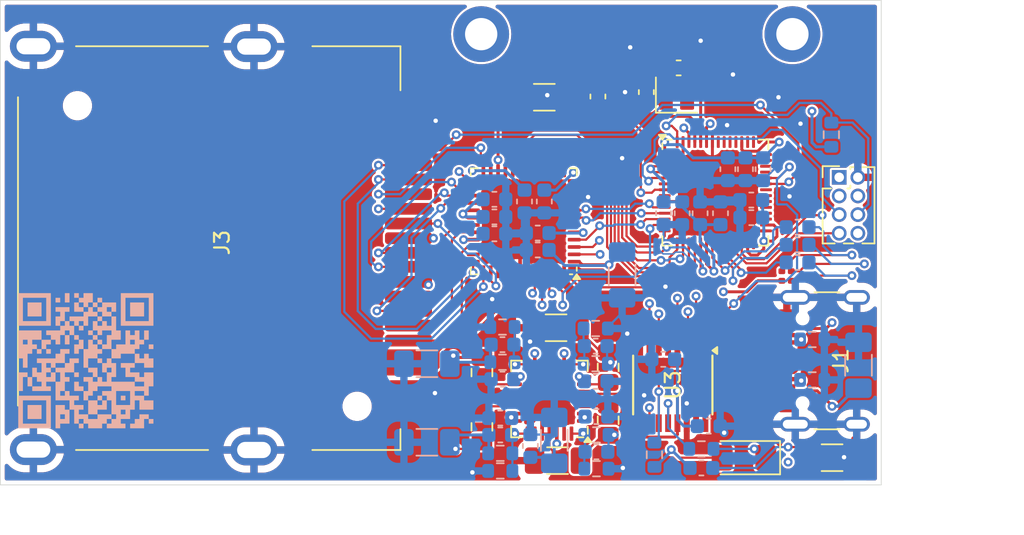
<source format=kicad_pcb>
(kicad_pcb (version 20240108) (generator "pcbnew") (generator_version "8.0")
  (title_block (title "MIG Dumper") (date "2024-09-14") (rev "1") (company "Carlos Sabogal"))
  (layers (0 "F.Cu" signal) (1 "In1.Cu" signal) (2 "In2.Cu" signal) (31 "B.Cu" signal) (34 "B.Paste" user) (35 "F.Paste" user) (36 "B.SilkS" user "B.Silkscreen") (37 "F.SilkS" user "F.Silkscreen") (38 "B.Mask" user) (39 "F.Mask" user) (44 "Edge.Cuts" user))
  (net 0 "")
  (net 3 "GPIO13")
  (net 4 "GPIO12")
  (net 5 "GPIO10")
  (net 8 "GPIO19")
  (net 9 "IOB_4a")
  (net 10 "VDD")
  (net 11 "GPIO7")
  (net 12 "GPIO6")
  (net 14 "USB_DP")
  (net 15 "GND")
  (net 16 "USB_DM")
  (net 17 "Net-(J1-CC1)")
  (net 18 "VBUS")
  (net 19 "Net-(J1-CC2)")
  (net 20 "GPIO5")
  (net 33 "IOT_36b")
  (net 53 "Net-(C40-Pad1)")
  (net 54 "Net-(U4-LX3)")
  (net 56 "Net-(U4-LX4)")
  (net 61 "Net-(U4-OUTS2)")
  (net 62 "GPIO20")
  (net 63 "IOB_0a")
  (net 64 "IOB_3b")
  (net 65 "IOB_9b")
  (net 66 "IOB_6a")
  (net 67 "IOB_5b")
  (net 68 "Net-(U4-OUTS4)")
  (net 69 "Net-(U4-OUTS1)")
  (net 70 "Net-(U4-LX1)")
  (net 71 "Net-(U4-LX2)")
  (net 72 "IOT_49a")
  (net 73 "IOT_44b")
  (net 74 "IOT_43a")
  (net 75 "IOT_42b")
  (net 76 "GPIO2")
  (net 77 "Net-(C1-Pad2)")
  (net 78 "XTAL_N")
  (net 79 "XTAL_P")
  (net 80 "DAC_1")
  (net 81 "GPIO34")
  (net 82 "XTAL_32N")
  (net 83 "XTAL_32P")
  (net 84 "GPIO33")
  (net 85 "IOT_37a")
  (net 86 "IOT_48b")
  (net 87 "IOT_45a")
  (net 88 "IOT_50b")
  (net 89 "IOT_41a")
  (net 90 "IOT_38b")
  (net 91 "IOT_39a")
  (net 92 "GPIO8")
  (net 93 "GPIO9")
  (net 94 "GPIO0")
  (net 95 "CHIP_PU")
  (net 96 "Net-(D1-K)")
  (net 97 "Net-(U3-LED)")
  (net 98 "GPIO14")
  (net 99 "GPIO11")
  (net 100 "Net-(C41-Pad1)")
  (net 101 "Net-(C42-Pad1)")
  (net 102 "Net-(C43-Pad1)")
  (net 103 "+3V3")
  (net 104 "+2V5")
  (net 105 "+1V2")
  (net 106 "+1V8")
  (net 107 "Net-(U4-OUTS3)")
  (footprint "Connector_USB:USB_C_Receptacle_GCT_USB4105-xx-A_16P_TopMnt_Horizontal" (layer "F.Cu") (at 178.6 115.2 90)
    (property "Reference" "J1")
    (property "Value" "USB_C_Receptacle_USB2.0_16P")
  )
  (footprint "Package_SO:SSOP-16_3.9x4.9mm_P0.635mm" (layer "F.Cu") (at 167.15 116.85 -90)
    (property "Reference" "U3")
    (property "Value" "GL823K-HCY04")
  )
  (footprint "Capacitor_SMD:C_0603_1608Metric" (layer "F.Cu") (at 162.05 97.2 90)
    (property "Reference" "C2" (hide yes))
    (property "Value" "DNP")
  )
  (footprint "Inductor_SMD:L_0805_2012Metric_Pad1.15x1.40mm_HandSolder" (layer "F.Cu") (at 154.15 119.7 -90)
    (property "Reference" "L3" (hide yes))
    (property "Value" "LQM21PN1R5MEHD")
  )
  (footprint "Capacitor_SMD:C_1206_3216Metric_Pad1.33x1.80mm_HandSolder" (layer "F.Cu") (at 178 121.8)
    (property "Reference" "C7" (hide yes))
    (property "Value" "DNP")
  )
  (footprint "Connector_PinHeader_1.27mm:PinHeader_2x04_P1.27mm_Vertical" (layer "F.Cu") (at 178.487111 102.702577)
    (property "Reference" "J2" (hide yes))
    (property "Value" "Conn_02x04_Counter_Clockwise")
  )
  (footprint "Inductor_SMD:L_0805_2012Metric_Pad1.15x1.40mm_HandSolder" (layer "F.Cu") (at 162.75 119.25 90)
    (property "Reference" "L4" (hide yes))
    (property "Value" "LQM21PN1R5MEHD")
  )
  (footprint "Capacitor_SMD:C_0201_0603Metric" (layer "F.Cu") (at 174.9 109.1)
    (property "Reference" "C44" (hide yes))
    (property "Value" "DNP")
  )
  (footprint "MountingHole:MountingHole_2.2mm_M2_DIN965_Pad_TopBottom" (layer "F.Cu") (at 154.1 92.95)
    (property "Reference" "H1" (hide yes))
    (property "Value" "MountingHole")
  )
  (footprint "Capacitor_SMD:C_1206_3216Metric_Pad1.33x1.80mm_HandSolder" (layer "F.Cu") (at 158.4 97.25)
    (property "Reference" "C1" (hide yes))
    (property "Value" "DNP")
  )
  (footprint "Capacitor_SMD:C_0603_1608Metric" (layer "F.Cu") (at 167.55 95.25 180)
    (property "Reference" "C4" (hide yes))
    (property "Value" "10p")
  )
  (footprint "Capacitor_SMD:C_1206_3216Metric_Pad1.33x1.80mm_HandSolder" (layer "F.Cu") (at 159.3 122 180)
    (property "Reference" "C6" (hide yes))
    (property "Value" "8u2")
  )
  (footprint "Crystal:Crystal_SMD_SeikoEpson_FA128-4Pin_2.0x1.6mm" (layer "F.Cu") (at 167.4 97.1)
    (property "Reference" "Y1" (hide yes))
    (property "Value" "ECS-400-10-37B2-CKY-TR")
  )
  (footprint "Capacitor_SMD:C_0201_0603Metric" (layer "F.Cu") (at 174.9 109.75)
    (property "Reference" "C45" (hide yes))
    (property "Value" "DNP")
  )
  (footprint "Package_DFN_QFN:TQFN-28-1EP_5x5mm_P0.5mm_EP2.7x2.7mm" (layer "F.Cu") (at 158.75 117.8 180)
    (property "Reference" "U4" (hide yes))
    (property "Value" "MAX20022ATIA+")
  )
  (footprint "LED_SMD:LED_1206_3216Metric_Pad1.42x1.75mm_HandSolder" (layer "F.Cu") (at 172 121.8 180)
    (property "Reference" "D1" (hide yes))
    (property "Value" "APT3216LSECK/J3-PRV")
  )
  (footprint "Inductor_SMD:L_0805_2012Metric_Pad1.15x1.40mm_HandSolder" (layer "F.Cu") (at 154.15 116 90)
    (property "Reference" "L1" (hide yes))
    (property "Value" "LQM21PN1R5MEHD")
  )
  (footprint "MIG Dumper:Switch_Cartridge" (layer "F.Cu") (at 136.45 107.15)
    (property "Reference" "J3")
    (property "Value" "Conn_01x17_MountingPin")
  )
  (footprint "Inductor_SMD:L_0805_2012Metric_Pad1.15x1.40mm_HandSolder" (layer "F.Cu") (at 162.75 115.65 -90)
    (property "Reference" "L2" (hide yes))
    (property "Value" "LQM21PN1R5MEHD")
  )
  (footprint "MountingHole:MountingHole_2.2mm_M2_DIN965_Pad_TopBottom" (layer "F.Cu") (at 175.3 92.95)
    (property "Reference" "H2" (hide yes))
    (property "Value" "MountingHole")
  )
  (footprint "Package_DFN_QFN:QFN-56-1EP_7x7mm_P0.4mm_EP4x4mm" (layer "F.Cu") (at 170.05 103.75)
    (property "Reference" "U1" (hide yes))
    (property "Value" "ESP32-S2")
  )
  (footprint "Capacitor_SMD:C_0603_1608Metric" (layer "F.Cu") (at 165.35 96.9 90)
    (property "Reference" "C3" (hide yes))
    (property "Value" "10p")
  )
  (footprint "Package_DFN_QFN:QFN-48-1EP_7x7mm_P0.5mm_EP5.15x5.15mm" (layer "F.Cu") (at 157 105.7 180)
    (property "Reference" "U2" (hide yes))
    (property "Value" "ICE40UP5K-SG48ITR")
  )
  (footprint "Capacitor_SMD:C_1206_3216Metric_Pad1.33x1.80mm_HandSolder" (layer "F.Cu") (at 159.2 112.95 180)
    (property "Reference" "C5" (hide yes))
    (property "Value" "10u")
  )
  (footprint "Capacitor_SMD:C_0603_1608Metric" (layer "B.Cu") (at 175.65 107.3 180)
    (property "Reference" "C42" (hide yes))
    (property "Value" "DNP")
  )
  (footprint "Capacitor_SMD:C_0603_1608Metric" (layer "B.Cu") (at 157.95 106.5 180)
    (property "Reference" "C22" (hide yes))
    (property "Value" "2u2")
  )
  (footprint "Resistor_SMD:R_0603_1608Metric" (layer "B.Cu") (at 155.4 122.7 180)
    (property "Reference" "R12" (hide yes))
    (property "Value" "24k3")
  )
  (footprint "Capacitor_SMD:C_0603_1608Metric" (layer "B.Cu") (at 173.3 102.15 -90)
    (property "Reference" "C10" (hide yes))
    (property "Value" "110n")
  )
  (footprint "Resistor_SMD:R_0603_1608Metric" (layer "B.Cu") (at 176.65 113.75)
    (property "Reference" "R4" (hide yes))
    (property "Value" "5k1")
  )
  (footprint "Capacitor_SMD:C_0603_1608Metric" (layer "B.Cu") (at 169.6 119.65)
    (property "Reference" "C34" (hide yes))
    (property "Value" "110n")
  )
  (footprint "Resistor_SMD:R_0603_1608Metric" (layer "B.Cu") (at 176.65 116.5)
    (property "Reference" "R7" (hide yes))
    (property "Value" "5k1")
  )
  (footprint "Capacitor_SMD:C_1206_3216Metric_Pad1.33x1.80mm_HandSolder" (layer "B.Cu") (at 150.4 120.75 180)
    (property "Reference" "C35" (hide yes))
    (property "Value" "10u")
  )
  (footprint "Capacitor_SMD:C_0603_1608Metric" (layer "B.Cu") (at 169.1 122.5 180)
    (property "Reference" "C40" (hide yes))
    (property "Value" "DNP")
  )
  (footprint "Capacitor_SMD:C_1206_3216Metric_Pad1.33x1.80mm_HandSolder" (layer "B.Cu") (at 159.077034 120.619528 90)
    (property "Reference" "C38" (hide yes))
    (property "Value" "10u")
  )
  (footprint "Resistor_SMD:R_0603_1608Metric" (layer "B.Cu") (at 165.9 121.6 -90)
    (property "Reference" "R10" (hide yes))
    (property "Value" "10k")
  )
  (footprint "Capacitor_SMD:C_0603_1608Metric" (layer "B.Cu") (at 155 106.55)
    (property "Reference" "C21" (hide yes))
    (property "Value" "1u")
  )
  (footprint "Capacitor_SMD:C_0603_1608Metric" (layer "B.Cu") (at 172.5 104.25 180)
    (property "Reference" "C19" (hide yes))
    (property "Value" "110n")
  )
  (footprint "Capacitor_SMD:C_0603_1608Metric" (layer "B.Cu") (at 172.5 105.45 180)
    (property "Reference" "C20" (hide yes))
    (property "Value" "1u")
  )
  (footprint "Capacitor_SMD:C_0603_1608Metric" (layer "B.Cu") (at 155 105.4)
    (property "Reference" "C14" (hide yes))
    (property "Value" "1u")
  )
  (footprint "Capacitor_SMD:C_0603_1608Metric" (layer "B.Cu") (at 157.05 104.35 -90)
    (property "Reference" "C12" (hide yes))
    (property "Value" "1u")
  )
  (footprint "Capacitor_SMD:C_0603_1608Metric" (layer "B.Cu") (at 161.9 116.6)
    (property "Reference" "C31" (hide yes))
    (property "Value" "2u2")
  )
  (footprint "Capacitor_SMD:C_0603_1608Metric" (layer "B.Cu") (at 161.95 119)
    (property "Reference" "C33" (hide yes))
    (property "Value" "2u2")
  )
  (footprint "Capacitor_SMD:C_0603_1608Metric" (layer "B.Cu") (at 170.9 102.15 -90)
    (property "Reference" "C8" (hide yes))
    (property "Value" "110n")
  )
  (footprint "Capacitor_SMD:C_0603_1608Metric" (layer "B.Cu") (at 166.5 115.1 180)
    (property "Reference" "C28" (hide yes))
    (property "Value" "1u")
  )
  (footprint "Capacitor_SMD:C_1206_3216Metric_Pad1.33x1.80mm_HandSolder" (layer "B.Cu") (at 150.4 115.4 180)
    (property "Reference" "C25" (hide yes))
    (property "Value" "8u2")
  )
  (footprint "Resistor_SMD:R_0603_1608Metric" (layer "B.Cu") (at 155.4 121.5 180)
    (property "Reference" "R9" (hide yes))
    (property "Value" "36k5")
  )
  (footprint "Resistor_SMD:R_0603_1608Metric" (layer "B.Cu") (at 161.95 122.55)
    (property "Reference" "R13" (hide yes))
    (property "Value" "100k")
  )
  (footprint "Capacitor_SMD:C_0603_1608Metric" (layer "B.Cu") (at 158.4 104.35 -90)
    (property "Reference" "C13" (hide yes))
    (property "Value" "1u")
  )
  (footprint "Capacitor_SMD:C_0603_1608Metric" (layer "B.Cu") (at 175.65 106.1 180)
    (property "Reference" "C41" (hide yes))
    (property "Value" "DNP")
  )
  (footprint "Resistor_SMD:R_0603_1608Metric" (layer "B.Cu") (at 161.9 115.4 180)
    (property "Reference" "R6" (hide yes))
    (property "Value" "19k6")
  )
  (footprint "Capacitor_SMD:C_0603_1608Metric" (layer "B.Cu") (at 167.7924 105.15 -90)
    (property "Reference" "C16" (hide yes))
    (property "Value" "1u")
  )
  (footprint "Capacitor_SMD:C_0603_1608Metric" (layer "B.Cu") (at 157.45 121 90)
    (property "Reference" "C37" (hide yes))
    (property "Value" "1u")
  )
  (footprint "Resistor_SMD:R_0603_1608Metric" (layer "B.Cu") (at 177.95 99.8 90)
    (property "Reference" "R1" (hide yes))
    (property "Value" "10k")
  )
  (footprint "Resistor_SMD:R_0603_1608Metric" (layer "B.Cu") (at 161.95 120.25 180)
    (property "Reference" "R8" (hide yes))
    (property "Value" "20k")
  )
  (footprint "Capacitor_SMD:C_1206_3216Metric_Pad1.33x1.80mm_HandSolder" (layer "B.Cu") (at 179.8 115.5 90)
    (property "Reference" "C29" (hide yes))
    (property "Value" "4u5")
  )
  (footprint "Capacitor_SMD:C_0603_1608Metric" (layer "B.Cu") (at 166.5224 105.15 -90)
    (property "Reference" "C15" (hide yes))
    (property "Value" "110n")
  )
  (footprint "Resistor_SMD:R_0603_1608Metric" (layer "B.Cu") (at 155.55 112.9 180)
    (property "Reference" "R2" (hide yes))
    (property "Value" "24k3")
  )
  (footprint "Capacitor_SMD:C_0603_1608Metric" (layer "B.Cu") (at 155.4 119.1 180)
    (property "Reference" "C32" (hide yes))
    (property "Value" "2u2")
  )
  (footprint "Capacitor_SMD:C_0603_1608Metric" (layer "B.Cu") (at 161.9 114.2 180)
    (property "Reference" "C27" (hide yes))
    (property "Value" "19p")
  )
  (footprint "Capacitor_SMD:C_0603_1608Metric" (layer "B.Cu") (at 155.4 120.25)
    (property "Reference" "C36" (hide yes))
    (property "Value" "15p")
  )
  (footprint "Capacitor_SMD:C_0603_1608Metric" (layer "B.Cu") (at 155.55 114.1)
    (property "Reference" "C26" (hide yes))
    (property "Value" "15p")
  )
  (footprint "Capacitor_SMD:C_0603_1608Metric" (layer "B.Cu") (at 157.95 107.65 180)
    (property "Reference" "C23" (hide yes))
    (property "Value" "2u2")
  )
  (footprint "Capacitor_SMD:C_0603_1608Metric" (layer "B.Cu") (at 172.1 102.15 -90)
    (property "Reference" "C9" (hide yes))
    (property "Value" "1u")
  )
  (footprint "Capacitor_SMD:C_0603_1608Metric" (layer "B.Cu") (at 169.0116 105.15 90)
    (property "Reference" "C17" (hide yes))
    (property "Value" "110n")
  )
  (footprint "Capacitor_SMD:C_0603_1608Metric" (layer "B.Cu") (at 175.65 108.5 180)
    (property "Reference" "C43" (hide yes))
    (property "Value" "DNP")
  )
  (footprint "Resistor_SMD:R_0603_1608Metric" (layer "B.Cu") (at 169.1 121.2 180)
    (property "Reference" "R11" (hide yes))
    (property "Value" "330R")
  )
  (footprint "Capacitor_SMD:C_0603_1608Metric" (layer "B.Cu") (at 155 104.2)
    (property "Reference" "C11" (hide yes))
    (property "Value" "1u")
  )
  (footprint "Capacitor_SMD:C_0603_1608Metric" (layer "B.Cu") (at 170.4 105.15 90)
    (property "Reference" "C18" (hide yes))
    (property "Value" "110n")
  )
  (footprint "Capacitor_SMD:C_0603_1608Metric" (layer "B.Cu") (at 155.55 116.45 180)
    (property "Reference" "C30" (hide yes))
    (property "Value" "2u2")
  )
  (footprint "Capacitor_SMD:C_0603_1608Metric" (layer "B.Cu") (at 161.95 121.4 180)
    (property "Reference" "C39" (hide yes))
    (property "Value" "75p")
  )
  (footprint "Resistor_SMD:R_0603_1608Metric" (layer "B.Cu") (at 161.9 113)
    (property "Reference" "R3" (hide yes))
    (property "Value" "24k3")
  )
  (footprint "Capacitor_SMD:C_1206_3216Metric_Pad1.33x1.80mm_HandSolder" (layer "B.Cu") (at 163.7 109.35 -90)
    (property "Reference" "C24" (hide yes))
    (property "Value" "10u")
  )
  (footprint "Resistor_SMD:R_0603_1608Metric" (layer "B.Cu") (at 155.55 115.3 180)
    (property "Reference" "R5" (hide yes))
    (property "Value" "56k")
  )
  (gr_poly (pts (xy 131.7752 119.4816) (xy 131.4577 119.4816) (xy 131.4577 119.164099) (xy 131.7752 119.164099)) (stroke (width -0.000001)) (fill solid) (layer "B.SilkS"))
  (gr_poly (pts (xy 126.0602 111.2266) (xy 125.7427 111.2266) (xy 125.7427 110.5916) (xy 126.0602 110.5916)) (stroke (width -0.000001)) (fill solid) (layer "B.SilkS"))
  (gr_poly (pts (xy 124.7902 112.8141) (xy 122.5677 112.8141) (xy 122.5677 112.4966) (xy 122.8852 112.4966) (xy 124.4727 112.4966) (xy 124.4727 110.9091) (xy 122.8852 110.9091) (xy 122.8852 112.4966) (xy 122.5677 112.4966) (xy 122.5677 110.5916) (xy 124.7902 110.5916)) (stroke (width -0.000001)) (fill solid) (layer "B.SilkS"))
  (gr_poly (pts (xy 127.0127 119.7991) (xy 126.6952 119.7991) (xy 126.6952 119.4816) (xy 127.0127 119.4816)) (stroke (width -0.000001)) (fill solid) (layer "B.SilkS"))
  (gr_poly (pts (xy 127.6477 114.0841) (xy 127.9652 114.0841) (xy 127.9652 114.4016) (xy 128.282699 114.4016) (xy 128.282699 114.7191) (xy 127.9652 114.7191) (xy 127.9652 115.0366) (xy 127.3302 115.0366) (xy 127.3302 115.6716) (xy 127.0127 115.6716) (xy 127.0127 114.4016) (xy 127.3302 114.4016) (xy 127.3302 113.7666) (xy 127.6477 113.7666)) (stroke (width -0.000001)) (fill solid) (layer "B.SilkS"))
  (gr_poly (pts (xy 131.7752 114.4016) (xy 131.4577 114.4016) (xy 131.4577 114.0841) (xy 131.7752 114.0841)) (stroke (width -0.000001)) (fill solid) (layer "B.SilkS"))
  (gr_poly (pts (xy 126.0602 114.7191) (xy 125.7427 114.7191) (xy 125.7427 115.3541) (xy 125.1077 115.3541) (xy 125.1077 115.6716) (xy 124.7902 115.6716) (xy 124.7902 115.9891) (xy 124.4727 115.9891) (xy 124.4727 116.306599) (xy 124.7902 116.306599) (xy 124.7902 115.9891) (xy 125.1077 115.9891) (xy 125.1077 116.6241) (xy 124.4727 116.6241) (xy 124.4727 116.941599) (xy 124.7902 116.941599) (xy 124.7902 117.2591) (xy 123.5202 117.2591) (xy 123.5202 116.941599) (xy 124.1552 116.941599) (xy 124.1552 116.6241) (xy 123.8377 116.6241) (xy 123.8377 116.306599) (xy 123.5202 116.306599) (xy 123.5202 115.6716) (xy 123.8377 115.6716) (xy 123.8377 115.9891) (xy 124.1552 115.9891) (xy 124.1552 115.6716) (xy 124.4727 115.6716) (xy 124.7902 115.6716) (xy 124.7902 115.3541) (xy 124.4727 115.3541) (xy 124.4727 115.6716) (xy 124.1552 115.6716) (xy 124.1552 115.3541) (xy 123.8377 115.3541) (xy 123.8377 115.0366) (xy 125.1077 115.0366) (xy 125.1077 114.7191) (xy 125.4252 114.7191) (xy 125.4252 114.4016) (xy 126.0602 114.4016)) (stroke (width -0.000001)) (fill solid) (layer "B.SilkS"))
  (gr_poly (pts (xy 127.9652 113.7666) (xy 127.6477 113.7666) (xy 127.6477 113.4491) (xy 127.9652 113.4491)) (stroke (width -0.000001)) (fill solid) (layer "B.SilkS"))
  (gr_poly (pts (xy 126.6952 116.306599) (xy 126.3777 116.306599) (xy 126.3777 115.9891) (xy 126.6952 115.9891)) (stroke (width -0.000001)) (fill solid) (layer "B.SilkS"))
  (gr_poly (pts (xy 128.282699 111.2266) (xy 127.9652 111.2266) (xy 127.9652 110.9091) (xy 128.282699 110.9091)) (stroke (width -0.000001)) (fill solid) (layer "B.SilkS"))
  (gr_poly (pts (xy 124.7902 114.0841) (xy 124.4727 114.0841) (xy 124.4727 114.4016) (xy 124.1552 114.4016) (xy 124.1552 113.7666) (xy 124.7902 113.7666)) (stroke (width -0.000001)) (fill solid) (layer "B.SilkS"))
  (gr_poly (pts (xy 131.4577 113.7666) (xy 131.140199 113.7666) (xy 131.140199 113.1316) (xy 131.4577 113.1316)) (stroke (width -0.000001)) (fill solid) (layer "B.SilkS"))
  (gr_poly (pts (xy 127.6477 113.4491) (xy 127.3302 113.4491) (xy 127.3302 113.1316) (xy 127.6477 113.1316)) (stroke (width -0.000001)) (fill solid) (layer "B.SilkS"))
  (gr_poly (pts (xy 127.9652 118.211599) (xy 128.282699 118.211599) (xy 128.282699 117.8941) (xy 128.6002 117.8941) (xy 128.6002 118.5291) (xy 127.9652 118.5291) (xy 127.9652 118.846599) (xy 127.3302 118.846599) (xy 127.3302 117.8941) (xy 127.9652 117.8941)) (stroke (width -0.000001)) (fill solid) (layer "B.SilkS"))
  (gr_poly (pts (xy 124.1552 112.1791) (xy 123.2027 112.1791) (xy 123.2027 111.2266) (xy 124.1552 111.2266)) (stroke (width -0.000001)) (fill solid) (layer "B.SilkS"))
  (gr_poly (pts (xy 129.2352 113.1316) (xy 129.552699 113.1316) (xy 129.552699 113.7666) (xy 128.917699 113.7666) (xy 128.917699 114.4016) (xy 128.282699 114.4016) (xy 128.282699 114.0841) (xy 128.6002 114.0841) (xy 128.6002 113.4491) (xy 128.917699 113.4491) (xy 128.917699 113.1316) (xy 128.282699 113.1316) (xy 128.282699 113.4491) (xy 127.9652 113.4491) (xy 127.9652 113.1316) (xy 127.6477 113.1316) (xy 127.6477 112.4966) (xy 127.9652 112.4966) (xy 127.9652 112.8141) (xy 128.282699 112.8141) (xy 128.282699 112.4966) (xy 128.6002 112.4966) (xy 128.6002 112.8141) (xy 128.917699 112.8141) (xy 128.917699 112.1791) (xy 129.2352 112.1791)) (stroke (width -0.000001)) (fill solid) (layer "B.SilkS"))
  (gr_poly (pts (xy 130.822699 115.0366) (xy 131.140199 115.0366) (xy 131.140199 114.7191) (xy 131.4577 114.7191) (xy 131.4577 115.0366) (xy 131.7752 115.0366) (xy 131.7752 115.6716) (xy 131.140199 115.6716) (xy 131.140199 115.3541) (xy 130.5052 115.3541) (xy 130.5052 114.7191) (xy 130.822699 114.7191)) (stroke (width -0.000001)) (fill solid) (layer "B.SilkS"))
  (gr_poly (pts (xy 124.1552 114.7191) (xy 123.8377 114.7191) (xy 123.8377 114.4016) (xy 124.1552 114.4016)) (stroke (width -0.000001)) (fill solid) (layer "B.SilkS"))
  (gr_poly (pts (xy 125.7427 118.5291) (xy 126.0602 118.5291) (xy 126.0602 119.4816) (xy 125.4252 119.4816) (xy 125.4252 119.7991) (xy 125.1077 119.7991) (xy 125.1077 119.164099) (xy 125.4252 119.164099) (xy 125.7427 119.164099) (xy 125.7427 118.846599) (xy 125.4252 118.846599) (xy 125.4252 119.164099) (xy 125.1077 119.164099) (xy 125.1077 118.211599) (xy 125.7427 118.211599)) (stroke (width -0.000001)) (fill solid) (layer "B.SilkS"))
  (gr_poly (pts (xy 128.282699 115.3541) (xy 127.9652 115.3541) (xy 127.9652 115.0366) (xy 128.282699 115.0366)) (stroke (width -0.000001)) (fill solid) (layer "B.SilkS"))
  (gr_poly (pts (xy 126.6952 115.3541) (xy 126.3777 115.3541) (xy 126.3777 115.9891) (xy 125.7427 115.9891) (xy 125.7427 116.306599) (xy 126.0602 116.306599) (xy 126.0602 116.6241) (xy 125.7427 116.6241) (xy 125.7427 117.2591) (xy 125.4252 117.2591) (xy 125.4252 117.576599) (xy 125.7427 117.576599) (xy 125.7427 117.2591) (xy 126.0602 117.2591) (xy 126.0602 117.576599) (xy 126.6952 117.576599) (xy 126.6952 117.8941) (xy 126.3777 117.8941) (xy 126.3777 118.211599) (xy 127.0127 118.211599) (xy 127.0127 118.5291) (xy 126.6952 118.5291) (xy 126.6952 118.846599) (xy 127.3302 118.846599) (xy 127.3302 119.164099) (xy 127.9652 119.164099) (xy 127.9652 118.846599) (xy 128.917699 118.846599) (xy 128.917699 119.164099) (xy 128.6002 119.164099) (xy 128.6002 119.4816) (xy 128.282699 119.4816) (xy 128.282699 119.7991) (xy 127.3302 119.7991) (xy 127.3302 119.4816) (xy 127.0127 119.4816) (xy 127.0127 119.164099) (xy 126.6952 119.164099) (xy 126.6952 119.4816) (xy 126.3777 119.4816) (xy 126.3777 118.5291) (xy 126.0602 118.5291) (xy 126.0602 117.8941) (xy 125.1077 117.8941) (xy 125.1077 116.6241) (xy 125.4252 116.6241) (xy 125.4252 115.9891) (xy 125.1077 115.9891) (xy 125.1077 115.6716) (xy 125.7427 115.6716) (xy 125.7427 115.3541) (xy 126.0602 115.3541) (xy 126.0602 115.0366) (xy 126.6952 115.0366)) (stroke (width -0.000001)) (fill solid) (layer "B.SilkS"))
  (gr_poly (pts (xy 126.0602 111.8616) (xy 125.7427 111.8616) (xy 125.7427 112.4966) (xy 125.4252 112.4966) (xy 125.4252 112.8141) (xy 125.1077 112.8141) (xy 125.1077 112.1791) (xy 125.4252 112.1791) (xy 125.4252 111.8616) (xy 125.1077 111.8616) (xy 125.1077 111.5441) (xy 126.0602 111.5441)) (stroke (width -0.000001)) (fill solid) (layer "B.SilkS"))
  (gr_poly (pts (xy 124.7902 119.7991) (xy 122.5677 119.7991) (xy 122.5677 119.4816) (xy 122.8852 119.4816) (xy 124.4727 119.4816) (xy 124.4727 117.8941) (xy 122.8852 117.8941) (xy 122.8852 119.4816) (xy 122.5677 119.4816) (xy 122.5677 117.576599) (xy 124.7902 117.576599)) (stroke (width -0.000001)) (fill solid) (layer "B.SilkS"))
  (gr_poly (pts (xy 128.282699 117.8941) (xy 127.9652 117.8941) (xy 127.9652 117.576599) (xy 128.282699 117.576599)) (stroke (width -0.000001)) (fill solid) (layer "B.SilkS"))
  (gr_poly (pts (xy 129.2352 111.8616) (xy 128.917699 111.8616) (xy 128.917699 112.1791) (xy 128.282699 112.1791) (xy 128.282699 111.8616) (xy 128.6002 111.8616) (xy 128.917699 111.8616) (xy 128.917699 111.5441) (xy 128.6002 111.5441) (xy 128.6002 111.8616) (xy 128.282699 111.8616) (xy 127.9652 111.8616) (xy 127.9652 111.5441) (xy 128.282699 111.5441) (xy 128.282699 111.2266) (xy 129.2352 111.2266)) (stroke (width -0.000001)) (fill solid) (layer "B.SilkS"))
  (gr_poly (pts (xy 123.5202 116.941599) (xy 123.2027 116.941599) (xy 123.2027 116.306599) (xy 123.5202 116.306599)) (stroke (width -0.000001)) (fill solid) (layer "B.SilkS"))
  (gr_poly (pts (xy 127.9652 111.5441) (xy 127.6477 111.5441) (xy 127.6477 111.2266) (xy 127.9652 111.2266)) (stroke (width -0.000001)) (fill solid) (layer "B.SilkS"))
  (gr_poly (pts (xy 126.6952 113.7666) (xy 126.3777 113.7666) (xy 126.3777 113.4491) (xy 126.6952 113.4491)) (stroke (width -0.000001)) (fill solid) (layer "B.SilkS"))
  (gr_poly (pts (xy 127.9652 116.306599) (xy 127.6477 116.306599) (xy 127.6477 115.9891) (xy 127.3302 115.9891) (xy 127.3302 115.6716) (xy 127.9652 115.6716)) (stroke (width -0.000001)) (fill solid) (layer "B.SilkS"))
  (gr_poly (pts (xy 131.7752 112.8141) (xy 129.552699 112.8141) (xy 129.552699 112.4966) (xy 129.8702 112.4966) (xy 131.4577 112.4966) (xy 131.4577 110.9091) (xy 129.8702 110.9091) (xy 129.8702 112.4966) (xy 129.552699 112.4966) (xy 129.552699 110.5916) (xy 131.7752 110.5916)) (stroke (width -0.000001)) (fill solid) (layer "B.SilkS"))
  (gr_poly (pts (xy 126.6952 110.9091) (xy 126.3777 110.9091) (xy 126.3777 110.5916) (xy 126.6952 110.5916)) (stroke (width -0.000001)) (fill solid) (layer "B.SilkS"))
  (gr_poly (pts (xy 123.2027 116.306599) (xy 122.8852 116.306599) (xy 122.8852 117.2591) (xy 122.5677 117.2591) (xy 122.5677 115.9891) (xy 123.2027 115.9891)) (stroke (width -0.000001)) (fill solid) (layer "B.SilkS"))
  (gr_poly (pts (xy 127.6477 111.8616) (xy 127.9652 111.8616) (xy 127.9652 112.1791) (xy 127.3302 112.1791) (xy 127.3302 112.8141) (xy 127.0127 112.8141) (xy 127.0127 112.4966) (xy 126.6952 112.4966) (xy 126.6952 112.8141) (xy 126.3777 112.8141) (xy 126.3777 112.4966) (xy 126.0602 112.4966) (xy 126.0602 112.1791) (xy 127.0127 112.1791) (xy 127.0127 111.8616) (xy 127.3302 111.8616) (xy 127.3302 111.5441) (xy 127.6477 111.5441)) (stroke (width -0.000001)) (fill solid) (layer "B.SilkS"))
  (gr_poly (pts (xy 124.1552 113.7666) (xy 123.5202 113.7666) (xy 123.5202 114.0841) (xy 123.8377 114.0841) (xy 123.8377 114.4016) (xy 123.5202 114.4016) (xy 123.5202 114.7191) (xy 123.2027 114.7191) (xy 123.2027 115.6716) (xy 122.8852 115.6716) (xy 122.8852 115.0366) (xy 122.5677 115.0366) (xy 122.5677 114.0841) (xy 122.8852 114.0841) (xy 123.2027 114.0841) (xy 123.2027 113.7666) (xy 122.8852 113.7666) (xy 122.8852 114.0841) (xy 122.5677 114.0841) (xy 122.5677 113.1316) (xy 124.1552 113.1316)) (stroke (width -0.000001)) (fill solid) (layer "B.SilkS"))
  (gr_poly (pts (xy 131.140199 112.1791) (xy 130.187699 112.1791) (xy 130.187699 111.2266) (xy 131.140199 111.2266)) (stroke (width -0.000001)) (fill solid) (layer "B.SilkS"))
  (gr_poly (pts (xy 127.6477 111.2266) (xy 127.3302 111.2266) (xy 127.3302 111.5441) (xy 127.0127 111.5441) (xy 127.0127 111.2266) (xy 126.6952 111.2266) (xy 126.6952 110.9091) (xy 127.0127 110.9091) (xy 127.0127 110.5916) (xy 127.6477 110.5916)) (stroke (width -0.000001)) (fill solid) (layer "B.SilkS"))
  (gr_poly (pts (xy 127.0127 114.4016) (xy 126.6952 114.4016) (xy 126.6952 114.7191) (xy 126.3777 114.7191) (xy 126.3777 114.0841) (xy 126.6952 114.0841) (xy 126.6952 113.7666) (xy 127.0127 113.7666)) (stroke (width -0.000001)) (fill solid) (layer "B.SilkS"))
  (gr_poly (pts (xy 129.8702 117.8941) (xy 129.552699 117.8941) (xy 129.552699 117.576599) (xy 129.8702 117.576599)) (stroke (width -0.000001)) (fill solid) (layer "B.SilkS"))
  (gr_poly (pts (xy 126.6952 111.5441) (xy 127.0127 111.5441) (xy 127.0127 111.8616) (xy 126.3777 111.8616) (xy 126.3777 111.2266) (xy 126.6952 111.2266)) (stroke (width -0.000001)) (fill solid) (layer "B.SilkS"))
  (gr_poly (pts (xy 126.0602 112.8141) (xy 126.3777 112.8141) (xy 126.3777 113.4491) (xy 126.0602 113.4491) (xy 126.0602 113.1316) (xy 125.7427 113.1316) (xy 125.7427 113.4491) (xy 125.4252 113.4491) (xy 125.4252 114.0841) (xy 125.1077 114.0841) (xy 125.1077 113.7666) (xy 124.7902 113.7666) (xy 124.7902 113.4491) (xy 124.4727 113.4491) (xy 124.4727 113.1316) (xy 125.4252 113.1316) (xy 125.4252 112.8141) (xy 125.7427 112.8141) (xy 125.7427 112.4966) (xy 126.0602 112.4966)) (stroke (width -0.000001)) (fill solid) (layer "B.SilkS"))
  (gr_poly (pts (xy 124.1552 119.164099) (xy 123.2027 119.164099) (xy 123.2027 118.211599) (xy 124.1552 118.211599)) (stroke (width -0.000001)) (fill solid) (layer "B.SilkS"))
  (gr_poly (pts (xy 127.0127 113.1316) (xy 126.6952 113.1316) (xy 126.6952 112.8141) (xy 127.0127 112.8141)) (stroke (width -0.000001)) (fill solid) (layer "B.SilkS"))
  (gr_poly (pts (xy 130.187699 113.4491) (xy 130.5052 113.4491) (xy 130.5052 113.1316) (xy 130.822699 113.1316) (xy 130.822699 113.7666) (xy 131.140199 113.7666) (xy 131.140199 114.0841) (xy 130.822699 114.0841) (xy 130.822699 114.4016) (xy 130.5052 114.4016) (xy 130.5052 114.7191) (xy 129.552699 114.7191) (xy 129.552699 115.0366) (xy 128.917699 115.0366) (xy 128.917699 114.4016) (xy 129.2352 114.4016) (xy 129.2352 114.0841) (xy 129.8702 114.0841) (xy 130.187699 114.0841) (xy 130.5052 114.0841) (xy 130.5052 113.7666) (xy 130.187699 113.7666) (xy 130.187699 114.0841) (xy 129.8702 114.0841) (xy 129.8702 113.1316) (xy 130.187699 113.1316)) (stroke (width -0.000001)) (fill solid) (layer "B.SilkS"))
  (gr_poly (pts (xy 128.282699 112.4966) (xy 127.9652 112.4966) (xy 127.9652 112.1791) (xy 128.282699 112.1791)) (stroke (width -0.000001)) (fill solid) (layer "B.SilkS"))
  (gr_poly (pts (xy 124.7902 114.7191) (xy 124.4727 114.7191) (xy 124.4727 114.4016) (xy 124.7902 114.4016)) (stroke (width -0.000001)) (fill solid) (layer "B.SilkS"))
  (gr_poly (pts (xy 128.917699 115.3541) (xy 129.2352 115.3541) (xy 129.2352 116.306599) (xy 128.917699 116.306599) (xy 128.917699 116.6241) (xy 130.5052 116.6241) (xy 130.5052 116.306599) (xy 129.8702 116.306599) (xy 129.8702 115.6716) (xy 129.552699 115.6716) (xy 129.552699 115.3541) (xy 130.5052 115.3541) (xy 130.5052 115.6716) (xy 130.187699 115.6716) (xy 130.187699 115.9891) (xy 130.822699 115.9891) (xy 130.822699 116.306599) (xy 131.140199 116.306599) (xy 131.140199 115.9891) (xy 131.7752 115.9891) (xy 131.7752 116.941599) (xy 131.4577 116.941599) (xy 131.4577 117.576599) (xy 131.140199 117.576599) (xy 131.140199 117.8941) (xy 131.7752 117.8941) (xy 131.7752 118.5291) (xy 130.822699 118.5291) (xy 130.822699 117.8941) (xy 130.5052 117.8941) (xy 130.5052 118.5291) (xy 130.187699 118.5291) (xy 130.187699 119.164099) (xy 129.552699 119.164099) (xy 129.552699 119.4816) (xy 129.8702 119.4816) (xy 129.8702 119.7991) (xy 128.6002 119.7991) (xy 128.6002 119.4816) (xy 128.917699 119.4816) (xy 128.917699 119.164099) (xy 129.2352 119.164099) (xy 129.2352 118.846599) (xy 129.552699 118.846599) (xy 129.8702 118.846599) (xy 129.8702 118.5291) (xy 129.552699 118.5291) (xy 129.552699 118.846599) (xy 129.2352 118.846599) (xy 128.917699 118.846599) (xy 128.917699 118.211599) (xy 129.2352 118.211599) (xy 130.187699 118.211599) (xy 130.187699 117.576599) (xy 130.5052 117.576599) (xy 131.140199 117.576599) (xy 131.140199 117.2591) (xy 130.5052 117.2591) (xy 130.5052 117.576599) (xy 130.187699 117.576599) (xy 130.187699 117.2591) (xy 129.2352 117.2591) (xy 129.2352 118.211599) (xy 128.917699 118.211599) (xy 128.917699 117.8941) (xy 128.6002 117.8941) (xy 128.6002 117.576599) (xy 128.282699 117.576599) (xy 128.282699 117.2591) (xy 128.917699 117.2591) (xy 128.917699 116.941599) (xy 130.5052 116.941599) (xy 131.140199 116.941599) (xy 131.140199 116.6241) (xy 130.5052 116.6241) (xy 130.5052 116.941599) (xy 128.917699 116.941599) (xy 127.9652 116.941599) (xy 127.9652 117.2591) (xy 127.6477 117.2591) (xy 127.6477 117.576599) (xy 127.3302 117.576599) (xy 127.3302 117.8941) (xy 127.0127 117.8941) (xy 127.0127 117.2591) (xy 127.3302 117.2591) (xy 127.3302 116.6241) (xy 127.0127 116.6241) (xy 127.0127 116.306599) (xy 127.6477 116.306599) (xy 127.6477 116.6241) (xy 127.9652 116.6241) (xy 127.9652 116.306599) (xy 128.282699 116.306599) (xy 128.282699 116.6241) (xy 128.6002 116.6241) (xy 128.6002 115.9891) (xy 128.917699 115.9891) (xy 128.917699 115.6716) (xy 128.6002 115.6716) (xy 128.6002 115.9891) (xy 128.282699 115.9891) (xy 128.282699 115.3541) (xy 128.6002 115.3541) (xy 128.6002 115.0366) (xy 128.917699 115.0366)) (stroke (width -0.000001)) (fill solid) (layer "B.SilkS"))
  (gr_poly (pts (xy 125.4252 111.2266) (xy 125.1077 111.2266) (xy 125.1077 110.9091) (xy 125.4252 110.9091)) (stroke (width -0.000001)) (fill solid) (layer "B.SilkS"))
  (gr_poly (pts (xy 126.6952 116.941599) (xy 127.0127 116.941599) (xy 127.0127 117.2591) (xy 126.3777 117.2591) (xy 126.3777 116.6241) (xy 126.6952 116.6241)) (stroke (width -0.000001)) (fill solid) (layer "B.SilkS"))
  (gr_poly (pts (xy 126.0602 114.0841) (xy 125.7427 114.0841) (xy 125.7427 113.4491) (xy 126.0602 113.4491)) (stroke (width -0.000001)) (fill solid) (layer "B.SilkS"))
  (gr_poly (pts (xy 131.4577 119.164099) (xy 131.140199 119.164099) (xy 131.140199 119.7991) (xy 130.187699 119.7991) (xy 130.187699 119.4816) (xy 130.5052 119.4816) (xy 130.5052 119.164099) (xy 130.822699 119.164099) (xy 130.822699 118.846599) (xy 131.4577 118.846599)) (stroke (width -0.000001)) (fill solid) (layer "B.SilkS"))
  (gr_poly (pts (xy 128.282699 114.0841) (xy 127.9652 114.0841) (xy 127.9652 113.7666) (xy 128.282699 113.7666)) (stroke (width -0.000001)) (fill solid) (layer "B.SilkS"))
  (gr_line (start 121.35 90.65) (end 181.35 90.65) (stroke (width 0.05)) (layer "Edge.Cuts"))
  (gr_line (start 121.35 123.65) (end 181.35 123.65) (stroke (width 0.05)) (layer "Edge.Cuts"))
  (gr_line (start 121.35 123.65) (end 121.35 90.65) (stroke (width 0.05)) (layer "Edge.Cuts"))
  (gr_line (start 181.35 123.65) (end 181.35 90.65) (stroke (width 0.05)) (layer "Edge.Cuts"))
  (segment (start 160.477265 101.631104) (end 162.679182 103.833021) (width 0.15) (layer "F.Cu") (net 3))
  (segment (start 168.65 108.69494) (end 168.65 107.2) (width 0.15) (layer "F.Cu") (net 3))
  (segment (start 159.25 102.25) (end 159.25 101.850001) (width 0.15) (layer "F.Cu") (net 3))
  (segment (start 162.679182 103.833021) (end 162.679182 107.448333) (width 0.15) (layer "F.Cu") (net 3))
  (segment (start 164.668569 109.43772) (end 167.90722 109.43772) (width 0.15) (layer "F.Cu") (net 3))
  (segment (start 159.468897 101.631104) (end 160.477265 101.631104) (width 0.15) (layer "F.Cu") (net 3))
  (segment (start 162.679182 107.448333) (end 164.668569 109.43772) (width 0.15) (layer "F.Cu") (net 3))
  (segment (start 167.90722 109.43772) (end 168.65 108.69494) (width 0.15) (layer "F.Cu") (net 3))
  (segment (start 159.25 101.850001) (end 159.468897 101.631104) (width 0.15) (layer "F.Cu") (net 3))
  (segment (start 162.941 103.677078) (end 160.61705 101.353128) (width 0.15) (layer "F.Cu") (net 4))
  (segment (start 167.687514 109.172486) (end 164.784781 109.172486) (width 0.15) (layer "F.Cu") (net 4))
  (segment (start 160.61705 101.353128) (end 159.321469 101.353128) (width 0.15) (layer "F.Cu") (net 4))
  (segment (start 164.744797 109.132502) (end 164.744796 109.132502) (width 0.15) (layer "F.Cu") (net 4))
  (segment (start 164.592 108.979705) (end 162.941 107.328705) (width 0.15) (layer "F.Cu") (net 4))
  (segment (start 168.25 108.61) (end 168.25 107.2) (width 0.15) (layer "F.Cu") (net 4))
  (segment (start 164.784781 109.172486) (end 164.744797 109.132502) (width 0.15) (layer "F.Cu") (net 4))
  (segment (start 162.941 107.328705) (end 162.941 103.677078) (width 0.15) (layer "F.Cu") (net 4))
  (segment (start 164.744796 109.132502) (end 164.592 108.979705) (width 0.15) (layer "F.Cu") (net 4))
  (segment (start 167.687514 109.172486) (end 168.25 108.61) (width 0.15) (layer "F.Cu") (net 4))
  (segment (start 158.75 101.924597) (end 158.75 102.25) (width 0.15) (layer "F.Cu") (net 4))
  (segment (start 159.321469 101.353128) (end 158.75 101.924597) (width 0.15) (layer "F.Cu") (net 4))
  (segment (start 166.713013 108.882502) (end 164.84835 108.882502) (width 0.15) (layer "F.Cu") (net 5))
  (segment (start 164.84835 108.882502) (end 163.195 107.229152) (width 0.15) (layer "F.Cu") (net 5))
  (segment (start 163.195 103.577524) (end 160.658934 101.041458) (width 0.15) (layer "F.Cu") (net 5))
  (segment (start 167.45 107.637938) (end 167.45 107.2) (width 0.15) (layer "F.Cu") (net 5))
  (segment (start 159.097046 101.041458) (end 158.25 101.888504) (width 0.15) (layer "F.Cu") (net 5))
  (segment (start 166.931908 108.15603) (end 167.45 107.637938) (width 0.15) (layer "F.Cu") (net 5))
  (segment (start 160.658934 101.041458) (end 159.097046 101.041458) (width 0.15) (layer "F.Cu") (net 5))
  (segment (start 158.25 101.888504) (end 158.25 102.25) (width 0.15) (layer "F.Cu") (net 5))
  (segment (start 166.931908 108.663607) (end 166.713013 108.882502) (width 0.15) (layer "F.Cu") (net 5))
  (segment (start 166.931908 108.15603) (end 166.931908 108.663607) (width 0.15) (layer "F.Cu") (net 5))
  (segment (start 163.195 107.229152) (end 163.195 103.577524) (width 0.15) (layer "F.Cu") (net 5))
  (segment (start 171.45 107.8484) (end 172.1612 108.5596) (width 0.15) (layer "F.Cu") (net 8))
  (segment (start 175.579823 106.512577) (end 178.487111 106.512577) (width 0.15) (layer "F.Cu") (net 8))
  (segment (start 172.1612 108.5596) (end 173.5328 108.5596) (width 0.15) (layer "F.Cu") (net 8))
  (segment (start 173.5328 108.5596) (end 175.579823 106.512577) (width 0.15) (layer "F.Cu") (net 8))
  (segment (start 171.45 107.2) (end 171.45 107.8484) (width 0.15) (layer "F.Cu") (net 8))
  (segment (start 166.8325 111.3081) (end 165.718288 110.193888) (width 0.15) (layer "F.Cu") (net 9))
  (segment (start 165.718288 110.193888) (end 160.793888 110.193888) (width 0.15) (layer "F.Cu") (net 9))
  (segment (start 160.793888 110.193888) (end 159.75 109.15) (width 0.15) (layer "F.Cu") (net 9))
  (segment (start 166.8325 114.25) (end 166.8325 111.3081) (width 0.15) (layer "F.Cu") (net 9))
  (segment (start 167.4675 119.45) (end 167.4675 117.25) (width 0.2) (layer "F.Cu") (net 10))
  (segment (start 164.9984 120.396) (end 167.2844 120.396) (width 0.2) (layer "F.Cu") (net 10))
  (segment (start 164.9275 120.3251) (end 164.9984 120.396) (width 0.2) (layer "F.Cu") (net 10))
  (segment (start 167.4675 120.2129) (end 167.4675 119.45) (width 0.2) (layer "F.Cu") (net 10))
  (segment (start 164.9275 119.45) (end 164.9275 120.3251) (width 0.2) (layer "F.Cu") (net 10))
  (segment (start 167.2844 120.396) (end 167.4675 120.2129) (width 0.2) (layer "F.Cu") (net 10))
  (via (at 167.4675 117.25) (size 0.6) (drill 0.3) (layers "F.Cu" "B.Cu") (net 10))
  (segment (start 167.4675 117.25) (end 167.4675 115.2925) (width 0.2) (layer "B.Cu") (net 10))
  (segment (start 167.91 119.65) (end 168.825 119.65) (width 0.2) (layer "B.Cu") (net 10))
  (segment (start 167.4675 119.2075) (end 167.91 119.65) (width 0.2) (layer "B.Cu") (net 10))
  (segment (start 167.4675 117.25) (end 167.4675 119.2075) (width 0.2) (layer "B.Cu") (net 10))
  (segment (start 167.4675 115.2925) (end 167.275 115.1) (width 0.2) (layer "B.Cu") (net 10))
  (segment (start 160.45 106.95) (end 161.243366 106.95) (width 0.15) (layer "F.Cu") (net 11))
  (segment (start 162.17 106.023366) (end 162.17 106) (width 0.15) (layer "F.Cu") (net 11))
  (segment (start 165.327357 105.55) (end 166.6 105.55) (width 0.15) (layer "F.Cu") (net 11))
  (segment (start 164.959279 105.918078) (end 165.327357 105.55) (width 0.15) (layer "F.Cu") (net 11))
  (segment (start 161.243366 106.95) (end 162.17 106.023366) (width 0.15) (layer "F.Cu") (net 11))
  (via (at 162.17 106) (size 0.6) (drill 0.3) (layers "F.Cu" "B.Cu") (net 11))
  (via (at 164.959279 105.918078) (size 0.6) (drill 0.3) (layers "F.Cu" "B.Cu") (net 11))
  (segment (start 163.169678 105.918078) (end 164.959279 105.918078) (width 0.15) (layer "B.Cu") (net 11))
  (segment (start 162.17 106) (end 163.087756 106) (width 0.15) (layer "B.Cu") (net 11))
  (segment (start 163.087756 106) (end 163.169678 105.918078) (width 0.15) (layer "B.Cu") (net 11))
  (segment (start 160.45 105.45) (end 161.06348 105.45) (width 0.15) (layer "F.Cu") (net 12))
  (segment (start 165 105.15) (end 166.6 105.15) (width 0.15) (layer "F.Cu") (net 12))
  (segment (start 161.06348 105.45) (end 161.248447 105.634967) (width 0.15) (layer "F.Cu") (net 12))
  (via (at 165 105.15) (size 0.6) (drill 0.3) (layers "F.Cu" "B.Cu") (net 12))
  (via (at 161.248447 105.634967) (size 0.6) (drill 0.3) (layers "F.Cu" "B.Cu") (net 12))
  (segment (start 161.725433 105.634967) (end 162.2104 105.15) (width 0.15) (layer "B.Cu") (net 12))
  (segment (start 161.248447 105.634967) (end 161.725433 105.634967) (width 0.15) (layer "B.Cu") (net 12))
  (segment (start 162.2104 105.15) (end 165 105.15) (width 0.15) (layer "B.Cu") (net 12))
  (segment (start 174.221 114.45) (end 173.99 114.681) (width 0.15) (layer "F.Cu") (net 14))
  (segment (start 173.99 115.45) (end 174.92 115.45) (width 0.15) (layer "F.Cu") (net 14))
  (segment (start 168.7375 117.7745) (end 171.062 115.45) (width 0.15) (layer "F.Cu") (net 14))
  (segment (start 173.99 114.681) (end 173.99 115.45) (width 0.15) (layer "F.Cu") (net 14))
  (segment (start 174.92 114.45) (end 174.221 114.45) (width 0.15) (layer "F.Cu") (net 14))
  (segment (start 171.062 115.45) (end 173.99 115.45) (width 0.15) (layer "F.Cu") (net 14))
  (segment (start 168.7375 119.45) (end 168.7375 117.7745) (width 0.15) (layer "F.Cu") (net 14))
  (segment (start 161.1125 117.8) (end 161.7016 117.8) (width 0.15) (layer "F.Cu") (net 15))
  (segment (start 161.7016 117.8) (end 162.052 117.4496) (width 0.15) (layer "F.Cu") (net 15))
  (segment (start 168.125 97.675) (end 167.530289 97.080289) (width 0.15) (layer "F.Cu") (net 15))
  (segment (start 169.45 104.35) (end 166.6 104.35) (width 0.2) (layer "F.Cu") (net 15))
  (segment (start 156.75 109.567514) (end 155.317514 111) (width 0.15) (layer "F.Cu") (net 15))
  (segment (start 158.75 121.1072) (end 159.0548 121.412) (width 0.15) (layer "F.Cu") (net 15))
  (segment (start 156.75 109.15) (end 156.75 109.567514) (width 0.15) (layer "F.Cu") (net 15))
  (segment (start 172.65 106.35) (end 173.5 106.35) (width 0.2) (layer "F.Cu") (net 15))
  (segment (start 150.5227 114.825) (end 151.87153 113.47617) (width 0.15) (layer "F.Cu") (net 15))
  (segment (start 169.85 100.3) (end 169.85 99.782711) (width 0.2) (layer "F.Cu") (net 15))
  (segment (start 170.482711 99.15) (end 170.85 99.15) (width 0.2) (layer "F.Cu") (net 15))
  (segment (start 169.85 103.55) (end 170.05 103.75) (width 0.2) (layer "F.Cu") (net 15))
  (segment (start 166.6 104.35) (end 166.6 103.95) (width 0.2) (layer "F.Cu") (net 15))
  (segment (start 158.75 120.1625) (end 158.75 121.1072) (width 0.15) (layer "F.Cu") (net 15))
  (segment (start 179.5301 121.7676) (end 179.5625 121.8) (width 0.15) (layer "F.Cu") (net 15))
  (segment (start 158.25 120.1625) (end 158.75 120.1625) (width 0.15) (layer "F.Cu") (net 15))
  (segment (start 167.530289 97.080289) (end 167.230289 97.080289) (width 0.15) (layer "F.Cu") (net 15))
  (segment (start 162.2552 117.4496) (end 163.4744 117.4496) (width 0.15) (layer "F.Cu") (net 15))
  (segment (start 178.816 121.7676) (end 179.5301 121.7676) (width 0.15) (layer "F.Cu") (net 15))
  (segment (start 167.230289 97.080289) (end 166.675 96.525) (width 0.15) (layer "F.Cu") (net 15))
  (segment (start 155.317514 111) (end 154.85 111) (width 0.15) (layer "F.Cu") (net 15))
  (segment (start 151.87153 113.47617) (end 152.089355 113.47617) (width 0.15) (layer "F.Cu") (net 15))
  (segment (start 149.15 114.825) (end 150.5227 114.825) (width 0.15) (layer "F.Cu") (net 15))
  (segment (start 170.05 103.75) (end 169.45 104.35) (width 0.2) (layer "F.Cu") (net 15))
  (segment (start 170.05 103.75) (end 167.85 101.55) (width 0.2) (layer "F.Cu") (net 15))
  (segment (start 162.052 117.4496) (end 162.2552 117.4496) (width 0.15) (layer "F.Cu") (net 15))
  (segment (start 161.1125 117.3) (end 161.1125 117.8) (width 0.15) (layer "F.Cu") (net 15))
  (segment (start 170.05 103.75) (end 172.65 106.35) (width 0.2) (layer "F.Cu") (net 15))
  (segment (start 156.3875 117.3) (end 156.3875 117.8) (width 0.15) (layer "F.Cu") (net 15))
  (segment (start 169.85 99.782711) (end 170.482711 99.15) (width 0.2) (layer "F.Cu") (net 15))
  (segment (start 169.85 100.3) (end 169.85 103.55) (width 0.2) (layer "F.Cu") (net 15))
  (segment (start 167.85 101.55) (end 167.85 100.3) (width 0.2) (layer "F.Cu") (net 15))
  (via (at 171.25 95.7) (size 0.6) (drill 0.3) (layers "F.Cu" "B.Cu") (net 15))
  (via (at 161.381928 104.046532) (size 0.6) (drill 0.3) (layers "F.Cu" "B.Cu") (net 15))
  (via (at 154.85 111) (size 0.6) (drill 0.3) (layers "F.Cu" "B.Cu") (net 15))
  (via (at 150.95 117.4) (size 0.6) (drill 0.3) (layers "F.Cu" "B.Cu") (net 15))
  (via (at 166.65 110.15) (size 0.6) (drill 0.3) (layers "F.Cu" "B.Cu") (net 15))
  (via (at 163.75 122.5) (size 0.6) (drill 0.3) (layers "F.Cu" "B.Cu") (net 15))
  (via (at 158.602013 97.106755) (size 0.6) (drill 0.3) (layers "F.Cu" "B.Cu") (net 15))
  (via (at 169.05 93.4) (size 0.6) (drill 0.3) (layers "F.Cu" "B.Cu") (net 15))
  (via (at 175.1 104) (size 0.6) (drill 0.3) (layers "F.Cu" "B.Cu") (net 15))
  (via (at 178.816 121.7676) (size 0.6) (drill 0.3) (layers "F.Cu" "B.Cu") (net 15))
  (via (at 170.85 99.15) (size 0.6) (drill 0.3) (layers "F.Cu" "B.Cu") (net 15))
  (via (at 157.4292 113.8936) (size 0.6) (drill 0.3) (layers "F.Cu" "B.Cu") (net 15))
  (via (at 174.35 97.25) (size 0.6) (drill 0.3) (layers "F.Cu" "B.Cu") (net 15))
  (via (at 163.9 96.9) (size 0.6) (drill 0.3) (layers "F.Cu" "B.Cu") (net 15))
  (via (at 164.05 113.35) (size 0.6) (drill 0.3) (layers "F.Cu" "B.Cu") (net 15))
  (via (at 168.1025 118.1) (size 0.6) (drill 0.3) (layers "F.Cu" "B.Cu") (net 15))
  (via (at 165.2 117.55) (size 0.6) (drill 0.3) (layers "F.Cu" "B.Cu") (net 15))
  (via (at 170.65 120.1) (size 0.6) (drill 0.3) (layers "F.Cu" "B.Cu") (net 15))
  (via (at 151 98.85) (size 0.6) (drill 0.3) (layers "F.Cu" "B.Cu") (net 15))
  (via (at 163.7 101.4) (size 0.6) (drill 0.3) (layers "F.Cu" "B.Cu") (net 15))
  (via (at 153.5 122.8) (size 0.6) (drill 0.3) (layers "F.Cu" "B.Cu") (net 15))
  (via (at 175.85 99.05) (size 0.6) (drill 0.3) (layers "F.Cu" "B.Cu") (net 15))
  (via (at 164.25 93.85) (size 0.6) (drill 0.3) (layers "F.Cu" "B.Cu") (net 15))
  (segment (start 166.5224 105.925) (end 166.5224 106.9848) (width 0.15) (layer "B.Cu") (net 15))
  (segment (start 173.3 102.8996) (end 174.1424 102.0572) (width 0.15) (layer "B.Cu") (net 15))
  (segment (start 167.3352 107.7976) (end 167.8432 107.7976) (width 0.1) (layer "B.Cu") (net 15))
  (segment (start 167.8432 107.7976) (end 168.2496 108.204) (width 0.1) (layer "B.Cu") (net 15))
  (segment (start 173.3 102.925) (end 173.3 102.8996) (width 0.15) (layer "B.Cu") (net 15))
  (segment (start 166.5224 106.9848) (end 167.0304 106.9848) (width 0.15) (layer "B.Cu") (net 15))
  (segment (start 166.37 106.9848) (end 166.5224 106.9848) (width 0.15) (layer "B.Cu") (net 15))
  (segment (start 166.493781 107.921381) (end 167.211419 107.921381) (width 0.1) (layer "B.Cu") (net 15))
  (segment (start 166.157167 107.584767) (end 166.493781 107.921381) (width 0.1) (layer "B.Cu") (net 15))
  (segment (start 162.725 113) (end 162.725 112.904563) (width 0.15) (layer "B.Cu") (net 15))
  (segment (start 162.725 112.904563) (end 163.463163 112.1664) (width 0.15) (layer "B.Cu") (net 15))
  (segment (start 167.211419 107.921381) (end 167.3352 107.7976) (width 0.1) (layer "B.Cu") (net 15))
  (segment (start 157.45 120.225) (end 158.9718 120.225) (width 0.15) (layer "B.Cu") (net 15))
  (segment (start 163.463163 112.1664) (end 164.1348 112.1664) (width 0.15) (layer "B.Cu") (net 15))
  (segment (start 171.578 115.95) (end 169.3725 118.1555) (width 0.15) (layer "F.Cu") (net 16))
  (segment (start 175.515 115.95) (end 174.92 115.95) (width 0.15) (layer "F.Cu") (net 16))
  (segment (start 169.3725 118.1555) (end 169.3725 119.45) (width 0.15) (layer "F.Cu") (net 16))
  (segment (start 175.768 115.189) (end 175.768 115.697) (width 0.15) (layer "F.Cu") (net 16))
  (segment (start 174.92 115.95) (end 171.578 115.95) (width 0.15) (layer "F.Cu") (net 16))
  (segment (start 175.529 114.95) (end 175.768 115.189) (width 0.15) (layer "F.Cu") (net 16))
  (segment (start 174.92 114.95) (end 175.529 114.95) (width 0.15) (layer "F.Cu") (net 16))
  (segment (start 175.768 115.697) (end 175.515 115.95) (width 0.15) (layer "F.Cu") (net 16))
  (segment (start 174.92 116.45) (end 175.8 116.45) (width 0.15) (layer "F.Cu") (net 17))
  (segment (start 175.8 116.45) (end 175.9 116.55) (width 0.15) (layer "F.Cu") (net 17))
  (via (at 175.9 116.55) (size 0.6) (drill 0.3) (layers "F.Cu" "B.Cu") (net 17))
  (segment (start 174.92 117.6) (end 175.341363 117.6) (width 0.2) (layer "F.Cu") (net 18))
  (segment (start 157.75 115.4375) (end 157.75 114.7) (width 0.2) (layer "F.Cu") (net 18))
  (segment (start 165.5625 119.45) (end 165.5625 118.395339) (width 0.15) (layer "F.Cu") (net 18))
  (segment (start 177.598305 113.001695) (end 178 112.6) (width 0.2) (layer "F.Cu") (net 18))
  (segment (start 175.341363 117.6) (end 175.694963 117.2464) (width 0.2) (layer "F.Cu") (net 18))
  (segment (start 159.75 115.4375) (end 159.75 114.7) (width 0.2) (layer "F.Cu") (net 18))
  (segment (start 159.25 120.1625) (end 159.25 120.85) (width 0.2) (layer "F.Cu") (net 18))
  (segment (start 174.92 112.8) (end 175.121695 113.001695) (width 0.2) (layer "F.Cu") (net 18))
  (segment (start 178 118.2592) (end 178 118.3) (width 0.2) (layer "F.Cu") (net 18))
  (segment (start 176.9872 117.2464) (end 178 118.2592) (width 0.2) (layer "F.Cu") (net 18))
  (segment (start 175.121695 113.001695) (end 177.598305 113.001695) (width 0.2) (layer "F.Cu") (net 18))
  (segment (start 175.694963 117.2464) (end 176.9872 117.2464) (width 0.2) (layer "F.Cu") (net 18))
  (via (at 165.5625 118.395339) (size 0.6) (drill 0.3) (layers "F.Cu" "B.Cu") (net 18))
  (via (at 175.005884 122.1) (size 0.6) (drill 0.3) (layers "F.Cu" "B.Cu") (net 18))
  (via (at 159.25 120.85) (size 0.6) (drill 0.3) (layers "F.Cu" "B.Cu") (net 18))
  (via (at 160.780362 116.270757) (size 0.6) (drill 0.3) (layers "F.Cu" "B.Cu") (net 18))
  (via (at 159.75 114.7) (size 0.6) (drill 0.3) (layers "F.Cu" "B.Cu") (net 18))
  (via (at 156.7688 116.270757) (size 0.6) (drill 0.3) (layers "F.Cu" "B.Cu") (net 18))
  (via (at 178 112.6) (size 0.6) (drill 0.3) (layers "F.Cu" "B.Cu") (net 18))
  (via (at 161.15 119.05) (size 0.6) (drill 0.3) (layers "F.Cu" "B.Cu") (net 18))
  (via (at 178 118.3) (size 0.6) (drill 0.3) (layers "F.Cu" "B.Cu") (net 18))
  (via (at 156.15 119.05) (size 0.6) (drill 0.3) (layers "F.Cu" "B.Cu") (net 18))
  (via (at 157.75 114.7) (size 0.6) (drill 0.3) (layers "F.Cu" "B.Cu") (net 18))
  (segment (start 157.45 121.775) (end 158.670006 121.775) (width 0.2) (layer "B.Cu") (net 18))
  (segment (start 178.39105 118.3) (end 179.62855 117.0625) (width 0.2) (layer "B.Cu") (net 18))
  (segment (start 159.25 120.85) (end 159.077034 121.022966) (width 0.2) (layer "B.Cu") (net 18))
  (segment (start 179.62855 117.0625) (end 179.8 117.0625) (width 0.2) (layer "B.Cu") (net 18))
  (segment (start 159.077034 121.022966) (end 159.077034 122.182028) (width 0.2) (layer "B.Cu") (net 18))
  (segment (start 158.670006 121.775) (end 159.077034 122.182028) (width 0.2) (layer "B.Cu") (net 18))
  (segment (start 178 118.3) (end 178.39105 118.3) (width 0.2) (layer "B.Cu") (net 18))
  (segment (start 174.92 113.45) (end 175.6 113.45) (width 0.15) (layer "F.Cu") (net 19))
  (segment (start 175.6 113.45) (end 175.9 113.75) (width 0.15) (layer "F.Cu") (net 19))
  (via (at 175.9 113.75) (size 0.6) (drill 0.3) (layers "F.Cu" "B.Cu") (net 19))
  (segment (start 165.8 104.75) (end 165.55 104.5) (width 0.15) (layer "F.Cu") (net 20))
  (segment (start 161.13643 104.95) (end 161.232436 104.853994) (width 0.15) (layer "F.Cu") (net 20))
  (segment (start 166.6 104.75) (end 165.8 104.75) (width 0.15) (layer "F.Cu") (net 20))
  (segment (start 160.45 104.95) (end 161.13643 104.95) (width 0.15) (layer "F.Cu") (net 20))
  (via (at 165.55 104.5) (size 0.6) (drill 0.3) (layers "F.Cu" "B.Cu") (net 20))
  (via (at 161.232436 104.853994) (size 0.6) (drill 0.3) (layers "F.Cu" "B.Cu") (net 20))
  (segment (start 164.5876 104.5) (end 164.233606 104.853994) (width 0.15) (layer "B.Cu") (net 20))
  (segment (start 164.233606 104.853994) (end 161.232436 104.853994) (width 0.15) (layer "B.Cu") (net 20))
  (segment (start 165.55 104.5) (end 164.5876 104.5) (width 0.15) (layer "B.Cu") (net 20))
  (segment (start 153.23758 102.95) (end 152.594329 102.306749) (width 0.15) (layer "F.Cu") (net 33))
  (segment (start 153.55 102.95) (end 153.23758 102.95) (width 0.15) (layer "F.Cu") (net 33))
  (segment (start 149.15 104.85) (end 147.1 104.85) (width 0.15) (layer "F.Cu") (net 33))
  (segment (start 153.398247 102.963351) (end 153.250931 102.963351) (width 0.15) (layer "F.Cu") (net 33))
  (via (at 152.594329 102.306749) (size 0.6) (drill 0.3) (layers "F.Cu" "B.Cu") (net 33))
  (via (at 147.1 104.85) (size 0.6) (drill 0.3) (layers "F.Cu" "B.Cu") (net 33))
  (segment (start 175.005884 121.075532) (end 175.583932 121.075532) (width 0.15) (layer "F.Cu") (net 53))
  (segment (start 175.583932 121.075532) (end 176.3084 121.8) (width 0.15) (layer "F.Cu") (net 53))
  (segment (start 176.3084 121.8) (end 176.4375 121.8) (width 0.15) (layer "F.Cu") (net 53))
  (via (at 175.005884 121.075532) (size 0.6) (drill 0.3) (layers "F.Cu" "B.Cu") (net 53))
  (segment (start 174.224868 121.075532) (end 175.005884 121.075532) (width 0.15) (layer "B.Cu") (net 53))
  (segment (start 169.875 122.5) (end 172.8004 122.5) (width 0.15) (layer "B.Cu") (net 53))
  (segment (start 173.6852 121.6152) (end 174.224868 121.075532) (width 0.15) (layer "B.Cu") (net 53))
  (segment (start 172.8004 122.5) (end 173.6852 121.6152) (width 0.15) (layer "B.Cu") (net 53))
  (segment (start 156.3875 116.8) (end 154.375 116.8) (width 0.15) (layer "F.Cu") (net 54))
  (segment (start 154.375 116.8) (end 154.15 117.025) (width 0.15) (layer "F.Cu") (net 54))
  (segment (start 156.3875 118.3) (end 154.525 118.3) (width 0.15) (layer "F.Cu") (net 56))
  (segment (start 154.525 118.3) (end 154.15 118.675) (width 0.15) (layer "F.Cu") (net 56))
  (segment (start 160.25 115.4375) (end 161.05 115.4375) (width 0.15) (layer "F.Cu") (net 61))
  (via (at 161.05 115.4375) (size 0.6) (drill 0.3) (layers "F.Cu" "B.Cu") (net 61))
  (segment (start 161.075 113) (end 161.075 114.15) (width 0.15) (layer "B.Cu") (net 61))
  (segment (start 161.125 115.35) (end 161.075 115.4) (width 0.15) (layer "B.Cu") (net 61))
  (segment (start 161.075 114.15) (end 161.125 114.2) (width 0.15) (layer "B.Cu") (net 61))
  (segment (start 161.125 114.2) (end 161.125 115.35) (width 0.15) (layer "B.Cu") (net 61))
  (segment (start 173.3594 108.2758) (end 173.8376 107.7976) (width 0.15) (layer "F.Cu") (net 62))
  (segment (start 176.352481 105.282719) (end 177.325654 105.282719) (width 0.15) (layer "F.Cu") (net 62))
  (segment (start 172.233 108.2758) (end 173.3594 108.2758) (width 0.15) (layer "F.Cu") (net 62))
  (segment (start 171.85 107.2) (end 171.85 107.8928) (width 0.15) (layer "F.Cu") (net 62))
  (segment (start 173.8376 107.7976) (end 176.352481 105.282719) (width 0.15) (layer "F.Cu") (net 62))
  (segment (start 172.1612 108.204) (end 172.233 108.2758) (width 0.15) (layer "F.Cu") (net 62))
  (segment (start 171.85 107.8928) (end 172.1612 108.204) (width 0.15) (layer "F.Cu") (net 62))
  (via (at 177.325654 105.282719) (size 0.6) (drill 0.3) (layers "F.Cu" "B.Cu") (net 62))
  (segment (start 158.75 110.46124) (end 158.923926 110.635166) (width 0.15) (layer "F.Cu") (net 63))
  (segment (start 168.1025 114.25) (end 168.185931 114.166569) (width 0.15) (layer "F.Cu") (net 63))
  (segment (start 158.75 109.15) (end 158.75 110.46124) (width 0.15) (layer "F.Cu") (net 63))
  (segment (start 168.185931 114.166569) (end 168.185931 111.852961) (width 0.15) (layer "F.Cu") (net 63))
  (via (at 158.923926 110.635166) (size 0.6) (drill 0.3) (layers "F.Cu" "B.Cu") (net 63))
  (via (at 168.185931 111.852961) (size 0.6) (drill 0.3) (layers "F.Cu" "B.Cu") (net 63))
  (segment (start 167.4675 114.25) (end 167.4675 110.934594) (width 0.15) (layer "F.Cu") (net 64))
  (segment (start 157.75 109.15) (end 157.75 110.45) (width 0.15) (layer "F.Cu") (net 64))
  (segment (start 157.75 110.45) (end 157.6 110.6) (width 0.15) (layer "F.Cu") (net 64))
  (via (at 167.4675 110.934594) (size 0.6) (drill 0.3) (layers "F.Cu" "B.Cu") (net 64))
  (via (at 157.6 110.6) (size 0.6) (drill 0.3) (layers "F.Cu" "B.Cu") (net 64))
  (segment (start 160.45 107.45) (end 161.7 107.45) (width 0.15) (layer "F.Cu") (net 65))
  (segment (start 165.5625 111.3028) (end 165.5625 114.25) (width 0.15) (layer "F.Cu") (net 65))
  (segment (start 161.7 107.45) (end 162.15 107) (width 0.15) (layer "F.Cu") (net 65))
  (via (at 165.5625 111.3028) (size 0.6) (drill 0.3) (layers "F.Cu" "B.Cu") (net 65))
  (via (at 162.15 107) (size 0.6) (drill 0.3) (layers "F.Cu" "B.Cu") (net 65))
  (segment (start 166.1975 112) (end 166.1975 114.25) (width 0.15) (layer "F.Cu") (net 66))
  (segment (start 160.45 107.95) (end 162.2 107.95) (width 0.15) (layer "F.Cu") (net 66))
  (via (at 162.2 107.95) (size 0.6) (drill 0.3) (layers "F.Cu" "B.Cu") (net 66))
  (via (at 166.1975 112) (size 0.6) (drill 0.3) (layers "F.Cu" "B.Cu") (net 66))
  (segment (start 158.25 109.15) (end 158.25 111.4) (width 0.15) (layer "F.Cu") (net 67))
  (segment (start 168.7375 110.7948) (end 168.7375 114.25) (width 0.15) (layer "F.Cu") (net 67))
  (via (at 168.7375 110.7948) (size 0.6) (drill 0.3) (layers "F.Cu" "B.Cu") (net 67))
  (via (at 158.25 111.4) (size 0.6) (drill 0.3) (layers "F.Cu" "B.Cu") (net 67))
  (segment (start 156.4 120.1625) (end 157.25 120.1625) (width 0.15) (layer "F.Cu") (net 68))
  (via (at 156.4 120.1625) (size 0.6) (drill 0.3) (layers "F.Cu" "B.Cu") (net 68))
  (segment (start 156.225 120.3375) (end 156.4 120.1625) (width 0.15) (layer "B.Cu") (net 68))
  (segment (start 156.225 121.5) (end 156.225 120.3375) (width 0.15) (layer "B.Cu") (net 68))
  (segment (start 156.225 122.7) (end 156.225 121.5) (width 0.15) (layer "B.Cu") (net 68))
  (segment (start 160.25 120.1625) (end 161.05 120.1625) (width 0.15) (layer "F.Cu") (net 69))
  (via (at 161.05 120.1625) (size 0.6) (drill 0.3) (layers "F.Cu" "B.Cu") (net 69))
  (segment (start 161.175 120.2875) (end 161.05 120.1625) (width 0.15) (layer "B.Cu") (net 69))
  (segment (start 161.175 121.4) (end 161.175 120.2875) (width 0.15) (layer "B.Cu") (net 69))
  (segment (start 161.125 122.55) (end 161.125 121.45) (width 0.15) (layer "B.Cu") (net 69))
  (segment (start 161.125 121.45) (end 161.175 121.4) (width 0.15) (layer "B.Cu") (net 69))
  (segment (start 161.1125 118.3) (end 162.675 118.3) (width 0.15) (layer "F.Cu") (net 70))
  (segment (start 162.675 118.3) (end 162.75 118.225) (width 0.15) (layer "F.Cu") (net 70))
  (segment (start 162.625 116.8) (end 162.75 116.675) (width 0.15) (layer "F.Cu") (net 71))
  (segment (start 161.1125 116.8) (end 162.625 116.8) (width 0.15) (layer "F.Cu") (net 71))
  (segment (start 151.19426 114.54054) (end 151.19426 115.63274) (width 0.15) (layer "F.Cu") (net 72))
  (segment (start 157.25 109.669258) (end 153.127258 113.792) (width 0.15) (layer "F.Cu") (net 72))
  (segment (start 151.9428 113.792) (end 151.19426 114.54054) (width 0.15) (layer "F.Cu") (net 72))
  (segment (start 153.127258 113.792) (end 151.9428 113.792) (width 0.15) (layer "F.Cu") (net 72))
  (segment (start 151.19426 115.63274) (end 151.027 115.8) (width 0.15) (layer "F.Cu") (net 72))
  (segment (start 157.25 109.15) (end 157.25 109.669258) (width 0.15) (layer "F.Cu") (net 72))
  (segment (start 151.027 115.8) (end 149.15 115.8) (width 0.15) (layer "F.Cu") (net 72))
  (segment (start 152.781 107.819001) (end 152.781 112.141) (width 0.15) (layer "F.Cu") (net 73))
  (segment (start 153.55 107.45) (end 153.150001 107.45) (width 0.15) (layer "F.Cu") (net 73))
  (segment (start 151.097 113.825) (end 149.15 113.825) (width 0.15) (layer "F.Cu") (net 73))
  (segment (start 153.150001 107.45) (end 152.781 107.819001) (width 0.15) (layer "F.Cu") (net 73))
  (segment (start 152.781 112.141) (end 151.097 113.825) (width 0.15) (layer "F.Cu") (net 73))
  (segment (start 150.979 112.8) (end 149.15 112.8) (width 0.15) (layer "F.Cu") (net 74))
  (segment (start 152.63 106.45) (end 152.104396 106.975604) (width 0.15) (layer "F.Cu") (net 74))
  (segment (start 152.104396 106.975604) (end 152.104396 111.674604) (width 0.15) (layer "F.Cu") (net 74))
  (segment (start 153.55 106.45) (end 152.63 106.45) (width 0.15) (layer "F.Cu") (net 74))
  (segment (start 152.104396 111.674604) (end 150.979 112.8) (width 0.15) (layer "F.Cu") (net 74))
  (segment (start 151.592108 110.535892) (end 151.303 110.825) (width 0.15) (layer "F.Cu") (net 75))
  (segment (start 151.303 110.825) (end 149.15 110.825) (width 0.15) (layer "F.Cu") (net 75))
  (segment (start 151.592108 106.725892) (end 151.592108 110.535892) (width 0.15) (layer "F.Cu") (net 75))
  (segment (start 152.368 105.95) (end 151.592108 106.725892) (width 0.15) (layer "F.Cu") (net 75))
  (segment (start 153.55 105.95) (end 152.368 105.95) (width 0.15) (layer "F.Cu") (net 75))
  (segment (start 162.05 97.975) (end 163.413942 97.975) (width 0.15) (layer "F.Cu") (net 76))
  (segment (start 166.6 103.55) (end 165.925245 103.55) (width 0.15) (layer "F.Cu") (net 76))
  (segment (start 163.413942 97.975) (end 164.973 99.534058) (width 0.15) (layer "F.Cu") (net 76))
  (segment (start 164.973 99.534058) (end 164.973 103.75) (width 0.15) (layer "F.Cu") (net 76))
  (segment (start 165.725245 103.75) (end 164.973 103.75) (width 0.15) (layer "F.Cu") (net 76))
  (segment (start 165.925245 103.55) (end 165.725245 103.75) (width 0.15) (layer "F.Cu") (net 76))
  (via (at 164.973 103.75) (size 0.6) (drill 0.3) (layers "F.Cu" "B.Cu") (net 76))
  (segment (start 160.7875 96.425) (end 159.9625 97.25) (width 0.15) (layer "F.Cu") (net 77))
  (segment (start 162.05 96.425) (end 160.7875 96.425) (width 0.15) (layer "F.Cu") (net 77))
  (segment (start 168.325 95.25) (end 168.325 96.325) (width 0.2) (layer "F.Cu") (net 78))
  (segment (start 168.325 96.325) (end 168.125 96.525) (width 0.2) (layer "F.Cu") (net 78))
  (segment (start 169.05 96.787) (end 169.05 100.3) (width 0.2) (layer "F.Cu") (net 78))
  (segment (start 168.788 96.525) (end 169.05 96.787) (width 0.2) (layer "F.Cu") (net 78))
  (segment (start 168.125 96.525) (end 168.788 96.525) (width 0.2) (layer "F.Cu") (net 78))
  (segment (start 166.675 97.675) (end 165.35 97.675) (width 0.2) (layer "F.Cu") (net 79))
  (segment (start 168.65 98.927) (end 168.65 100.3) (width 0.2) (layer "F.Cu") (net 79))
  (segment (start 166.675 97.675) (end 166.675 98.222) (width 0.2) (layer "F.Cu") (net 79))
  (segment (start 168.275 98.552) (end 168.65 98.927) (width 0.2) (layer "F.Cu") (net 79))
  (segment (start 167.005 98.552) (end 168.275 98.552) (width 0.2) (layer "F.Cu") (net 79))
  (segment (start 166.675 98.222) (end 167.005 98.552) (width 0.2) (layer "F.Cu") (net 79))
  (segment (start 170.65 107.2) (end 170.65 107.8612) (width 0.15) (layer "F.Cu") (net 80))
  (segment (start 171.8 109.0112) (end 171.8 109.2) (width 0.15) (layer "F.Cu") (net 80))
  (segment (start 170.65 107.8612) (end 171.8 109.0112) (width 0.15) (layer "F.Cu") (net 80))
  (via (at 171.8 109.2) (size 0.6) (drill 0.3) (layers "F.Cu" "B.Cu") (net 80))
  (segment (start 173.502 109.2) (end 174.202 108.5) (width 0.15) (layer "B.Cu") (net 80))
  (segment (start 174.202 108.5) (end 174.875 108.5) (width 0.15) (layer "B.Cu") (net 80))
  (segment (start 171.8 109.2) (end 173.502 109.2) (width 0.15) (layer "B.Cu") (net 80))
  (segment (start 170.566493 114.884948) (end 170.566493 112.033507) (width 0.15) (layer "F.Cu") (net 81))
  (segment (start 166.1975 116.7585) (end 167.061857 115.894143) (width 0.15) (layer "F.Cu") (net 81))
  (segment (start 174.340756 102.75) (end 175.094722 101.996034) (width 0.15) (layer "F.Cu") (net 81))
  (segment (start 170.566493 112.033507) (end 171.3 111.3) (width 0.15) (layer "F.Cu") (net 81))
  (segment (start 166.1975 117.3) (end 166.1975 116.7585) (width 0.15) (layer "F.Cu") (net 81))
  (segment (start 169.557298 115.894143) (end 170.566493 114.884948) (width 0.15) (layer "F.Cu") (net 81))
  (segment (start 173.5 102.75) (end 174.340756 102.75) (width 0.15) (layer "F.Cu") (net 81))
  (segment (start 167.061857 115.894143) (end 169.557298 115.894143) (width 0.15) (layer "F.Cu") (net 81))
  (segment (start 166.1975 119.45) (end 166.1975 117.3) (width 0.15) (layer "F.Cu") (net 81))
  (via (at 175.094722 101.996034) (size 0.6) (drill 0.3) (layers "F.Cu" "B.Cu") (net 81))
  (via (at 171.3 111.3) (size 0.6) (drill 0.3) (layers "F.Cu" "B.Cu") (net 81))
  (via (at 166.1975 117.3) (size 0.6) (drill 0.3) (layers "F.Cu" "B.Cu") (net 81))
  (segment (start 174.244 104.4956) (end 174.244 102.846756) (width 0.15) (layer "B.Cu") (net 81))
  (segment (start 166.1975 117.3) (end 166.1975 120.4775) (width 0.15) (layer "B.Cu") (net 81))
  (segment (start 166.1975 120.4775) (end 165.9 120.775) (width 0.15) (layer "B.Cu") (net 81))
  (segment (start 174.244 102.846756) (end 175.094722 101.996034) (width 0.15) (layer "B.Cu") (net 81))
  (segment (start 174.8536 109.7788) (end 175.6156 109.0168) (width 0.15) (layer "B.Cu") (net 81))
  (segment (start 171.3 111.3) (end 171.3004 111.3) (width 0.15) (layer "B.Cu") (net 81))
  (segment (start 175.6156 105.2576) (end 174.9044 104.5464) (width 0.15) (layer "B.Cu") (net 81))
  (segment (start 172.8216 109.7788) (end 174.8536 109.7788) (width 0.15) (layer "B.Cu") (net 81))
  (segment (start 174.2948 104.5464) (end 174.244 104.4956) (width 0.15) (layer "B.Cu") (net 81))
  (segment (start 175.6156 109.0168) (end 175.6156 105.2576) (width 0.15) (layer "B.Cu") (net 81))
  (segment (start 174.9044 104.5464) (end 174.2948 104.5464) (width 0.15) (layer "B.Cu") (net 81))
  (segment (start 171.3004 111.3) (end 172.8216 109.7788) (width 0.15) (layer "B.Cu") (net 81))
  (segment (start 170.25 107.874695) (end 171.25 108.874695) (width 0.15) (layer "F.Cu") (net 82))
  (segment (start 170.25 107.2) (end 170.25 107.874695) (width 0.15) (layer "F.Cu") (net 82))
  (segment (start 171.25 108.874695) (end 171.25 109.75) (width 0.15) (layer "F.Cu") (net 82))
  (via (at 171.25 109.75) (size 0.6) (drill 0.3) (layers "F.Cu" "B.Cu") (net 82))
  (segment (start 173.5836 108.204) (end 174.244 107.5436) (width 0.15) (layer "B.Cu") (net 82))
  (segment (start 172.0088 108.204) (end 173.5836 108.204) (width 0.15) (layer "B.Cu") (net 82))
  (segment (start 171.25 108.9628) (end 172.0088 108.204) (width 0.15) (layer "B.Cu") (net 82))
  (segment (start 174.244 107.5436) (end 174.6314 107.5436) (width 0.15) (layer "B.Cu") (net 82))
  (segment (start 171.25 109.75) (end 171.25 108.9628) (width 0.15) (layer "B.Cu") (net 82))
  (segment (start 174.6314 107.5436) (end 174.875 107.3) (width 0.15) (layer "B.Cu") (net 82))
  (segment (start 170.71577 109.055923) (end 169.85 108.190153) (width 0.15) (layer "F.Cu") (net 83))
  (segment (start 169.85 108.190153) (end 169.85 107.2) (width 0.15) (layer "F.Cu") (net 83))
  (via (at 170.71577 109.055923) (size 0.6) (drill 0.3) (layers "F.Cu" "B.Cu") (net 83))
  (segment (start 174.2144 106.1) (end 174.875 106.1) (width 0.15) (layer "B.Cu") (net 83))
  (segment (start 173.99 107.2388) (end 173.99 106.3244) (width 0.15) (layer "B.Cu") (net 83))
  (segment (start 173.99 106.3244) (end 174.2144 106.1) (width 0.15) (layer "B.Cu") (net 83))
  (segment (start 170.71577 109.055923) (end 172.024893 107.7468) (width 0.15) (layer "B.Cu") (net 83))
  (segment (start 173.482 107.7468) (end 173.99 107.2388) (width 0.15) (layer "B.Cu") (net 83))
  (segment (start 172.024893 107.7468) (end 173.482 107.7468) (width 0.15) (layer "B.Cu") (net 83))
  (segment (start 173.5 103.15) (end 174.919024 103.15) (width 0.15) (layer "F.Cu") (net 84))
  (segment (start 175.70206 102.366964) (end 175.70206 101.227914) (width 0.15) (layer "F.Cu") (net 84))
  (segment (start 175.70206 101.227914) (end 175.70206 100.361644) (width 0.15) (layer "F.Cu") (net 84))
  (segment (start 151.35 100.85) (end 152.4 99.8) (width 0.15) (layer "F.Cu") (net 84))
  (segment (start 175.053387 103.015637) (end 175.70206 102.366964) (width 0.15) (layer "F.Cu") (net 84))
  (segment (start 174.919024 103.15) (end 175.053387 103.015637) (width 0.15) (layer "F.Cu") (net 84))
  (segment (start 175.70206 100.361644) (end 173.11684 97.776424) (width 0.15) (layer "F.Cu") (net 84))
  (segment (start 149.15 100.85) (end 151.35 100.85) (width 0.15) (layer "F.Cu") (net 84))
  (via (at 173.11684 97.776424) (size 0.6) (drill 0.3) (layers "F.Cu" "B.Cu") (net 84))
  (via (at 152.4 99.8) (size 0.6) (drill 0.3) (layers "F.Cu" "B.Cu") (net 84))
  (via (at 175.053387 103.015637) (size 0.6) (drill 0.3) (layers "F.Cu" "B.Cu") (net 84))
  (segment (start 173.11684 97.776424) (end 166.434376 97.776424) (width 0.15) (layer "B.Cu") (net 84))
  (segment (start 166.434376 97.776424) (end 164.4108 99.8) (width 0.15) (layer "B.Cu") (net 84))
  (segment (start 164.4108 99.8) (end 152.4 99.8) (width 0.15) (layer "B.Cu") (net 84))
  (segment (start 154.75 102.25) (end 154.75 101.850001) (width 0.15) (layer "F.Cu") (net 85))
  (segment (start 154.75 101.850001) (end 154.074937 101.174938) (width 0.15) (layer "F.Cu") (net 85))
  (segment (start 154.074937 101.174938) (end 154.074937 100.691638) (width 0.15) (layer "F.Cu") (net 85))
  (segment (start 149.15 103.85) (end 147.1 103.85) (width 0.15) (layer "F.Cu") (net 85))
  (via (at 147.1 103.85) (size 0.6) (drill 0.3) (layers "F.Cu" "B.Cu") (net 85))
  (via (at 154.074937 100.691638) (size 0.6) (drill 0.3) (layers "F.Cu" "B.Cu") (net 85))
  (segment (start 148.5752 103.85) (end 147.1 103.85) (width 0.15) (layer "B.Cu") (net 85))
  (segment (start 154.074937 100.691638) (end 151.733562 100.691638) (width 0.15) (layer "B.Cu") (net 85))
  (segment (start 151.733562 100.691638) (end 148.5752 103.85) (width 0.15) (layer "B.Cu") (net 85))
  (segment (start 153.55 108.45) (end 153.55 109.2) (width 0.15) (layer "F.Cu") (net 86))
  (segment (start 149.15 102.85) (end 147.1 102.85) (width 0.15) (layer "F.Cu") (net 86))
  (via (at 153.55 109.2) (size 0.6) (drill 0.3) (layers "F.Cu" "B.Cu") (net 86))
  (via (at 147.1 102.85) (size 0.6) (drill 0.3) (layers "F.Cu" "B.Cu") (net 86))
  (segment (start 146.9136 113.03) (end 149.72 113.03) (width 0.15) (layer "B.Cu") (net 86))
  (segment (start 149.72 113.03) (end 153.55 109.2) (width 0.15) (layer "B.Cu") (net 86))
  (segment (start 145.6944 104.4956) (end 145.6944 111.8108) (width 0.15) (layer "B.Cu") (net 86))
  (segment (start 145.6944 111.8108) (end 146.9136 113.03) (width 0.15) (layer "B.Cu") (net 86))
  (segment (start 147.1 103.09) (end 145.6944 104.4956) (width 0.15) (layer "B.Cu") (net 86))
  (segment (start 147.1 102.85) (end 147.1 103.09) (width 0.15) (layer "B.Cu") (net 86))
  (segment (start 154.25 109.15) (end 154.25 110.15) (width 0.15) (layer "F.Cu") (net 87))
  (segment (start 149.15 101.875) (end 147.1 101.875) (width 0.15) (layer "F.Cu") (net 87))
  (via (at 147.1 101.875) (size 0.6) (drill 0.3) (layers "F.Cu" "B.Cu") (net 87))
  (via (at 154.25 110.15) (size 0.6) (drill 0.3) (layers "F.Cu" "B.Cu") (net 87))
  (segment (start 144.78 104.3432) (end 144.78 111.8616) (width 0.15) (layer "B.Cu") (net 87))
  (segment (start 147.1 101.875) (end 147.1 102.0232) (width 0.15) (layer "B.Cu") (net 87))
  (segment (start 147.1 102.0232) (end 144.78 104.3432) (width 0.15) (layer "B.Cu") (net 87))
  (segment (start 150.7096 113.6904) (end 154.25 110.15) (width 0.15) (layer "B.Cu") (net 87))
  (segment (start 146.6088 113.6904) (end 150.7096 113.6904) (width 0.15) (layer "B.Cu") (net 87))
  (segment (start 144.78 111.8616) (end 146.6088 113.6904) (width 0.15) (layer "B.Cu") (net 87))
  (segment (start 149.15 105.85) (end 151.15 105.85) (width 0.15) (layer "F.Cu") (net 88))
  (segment (start 154.75 109.75) (end 155.1 110.1) (width 0.15) (layer "F.Cu") (net 88))
  (segment (start 154.75 109.15) (end 154.75 109.75) (width 0.15) (layer "F.Cu") (net 88))
  (via (at 155.1 110.1) (size 0.6) (drill 0.3) (layers "F.Cu" "B.Cu") (net 88))
  (via (at 151.15 105.85) (size 0.6) (drill 0.3) (layers "F.Cu" "B.Cu") (net 88))
  (segment (start 153.67 107.8992) (end 153.162 107.8992) (width 0.15) (layer "B.Cu") (net 88))
  (segment (start 155.1 109.3292) (end 153.67 107.8992) (width 0.15) (layer "B.Cu") (net 88))
  (segment (start 151.15 105.8872) (end 151.15 105.85) (width 0.15) (layer "B.Cu") (net 88))
  (segment (start 155.1 110.1) (end 155.1 109.3292) (width 0.15) (layer "B.Cu") (net 88))
  (segment (start 153.162 107.8992) (end 151.15 105.8872) (width 0.15) (layer "B.Cu") (net 88))
  (segment (start 153.55 104.45) (end 151.708778 104.45) (width 0.15) (layer "F.Cu") (net 89))
  (segment (start 151.708778 104.45) (end 151.344272 104.814506) (width 0.15) (layer "F.Cu") (net 89))
  (segment (start 149.15 111.8) (end 147 111.8) (width 0.15) (layer "F.Cu") (net 89))
  (via (at 151.344272 104.814506) (size 0.6) (drill 0.3) (layers "F.Cu" "B.Cu") (net 89))
  (via (at 147 111.8) (size 0.6) (drill 0.3) (layers "F.Cu" "B.Cu") (net 89))
  (segment (start 149.352 109.448) (end 147 111.8) (width 0.15) (layer "B.Cu") (net 89))
  (segment (start 151.344272 104.814506) (end 149.352 106.806778) (width 0.15) (layer "B.Cu") (net 89))
  (segment (start 149.352 106.806778) (end 149.352 109.448) (width 0.15) (layer "B.Cu") (net 89))
  (segment (start 151.782484 103.95) (end 151.589127 103.756643) (width 0.15) (layer "F.Cu") (net 90))
  (segment (start 149.15 107.85) (end 147.1 107.85) (width 0.15) (layer "F.Cu") (net 90))
  (segment (start 153.55 103.95) (end 151.782484 103.95) (width 0.15) (layer "F.Cu") (net 90))
  (via (at 151.589127 103.756643) (size 0.6) (drill 0.3) (layers "F.Cu" "B.Cu") (net 90))
  (via (at 147.1 107.85) (size 0.6) (drill 0.3) (layers "F.Cu" "B.Cu") (net 90))
  (segment (start 147.1 107.85) (end 147.1016 107.8484) (width 0.15) (layer "B.Cu") (net 90))
  (segment (start 147.1016 107.8484) (end 147.2692 107.8484) (width 0.15) (layer "B.Cu") (net 90))
  (segment (start 151.360957 103.756643) (end 151.589127 103.756643) (width 0.15) (layer "B.Cu") (net 90))
  (segment (start 147.2692 107.8484) (end 151.360957 103.756643) (width 0.15) (layer "B.Cu") (net 90))
  (segment (start 149.15 108.8) (end 147.1 108.8) (width 0.15) (layer "F.Cu") (net 91))
  (segment (start 153.55 103.45) (end 152.504649 103.45) (width 0.15) (layer "F.Cu") (net 91))
  (segment (start 152.504649 103.45) (end 152.080974 103.026325) (width 0.15) (layer "F.Cu") (net 91))
  (via (at 152.080974 103.026325) (size 0.6) (drill 0.3) (layers "F.Cu" "B.Cu") (net 91))
  (via (at 147.1 108.8) (size 0.6) (drill 0.3) (layers "F.Cu" "B.Cu") (net 91))
  (segment (start 150.668875 103.026325) (end 152.080974 103.026325) (width 0.15) (layer "B.Cu") (net 91))
  (segment (start 147.1 108.8) (end 146.9508 108.8) (width 0.15) (layer "B.Cu") (net 91))
  (segment (start 146.6088 108.458) (end 146.6088 107.0864) (width 0.15) (layer "B.Cu") (net 91))
  (segment (start 146.9508 108.8) (end 146.6088 108.458) (width 0.15) (layer "B.Cu") (net 91))
  (segment (start 146.6088 107.0864) (end 150.668875 103.026325) (width 0.15) (layer "B.Cu") (net 91))
  (segment (start 166.6 105.95) (end 165.85 105.95) (width 0.15) (layer "F.Cu") (net 92))
  (segment (start 159.25 110.101) (end 159.65 110.501) (width 0.15) (layer "F.Cu") (net 92))
  (segment (start 159.25 109.15) (end 159.25 110.101) (width 0.15) (layer "F.Cu") (net 92))
  (segment (start 165.85 105.95) (end 165.6 106.2) (width 0.15) (layer "F.Cu") (net 92))
  (segment (start 159.65 110.501) (end 159.65 111.4) (width 0.15) (layer "F.Cu") (net 92))
  (via (at 159.65 111.4) (size 0.6) (drill 0.3) (layers "F.Cu" "B.Cu") (net 92))
  (via (at 165.6 106.2) (size 0.6) (drill 0.3) (layers "F.Cu" "B.Cu") (net 92))
  (segment (start 165.6 106.2) (end 165.6 108.4152) (width 0.15) (layer "B.Cu") (net 92))
  (segment (start 165.6 108.4152) (end 164.5412 109.474) (width 0.15) (layer "B.Cu") (net 92))
  (segment (start 159.65 110.606) (end 159.65 111.4) (width 0.15) (layer "B.Cu") (net 92))
  (segment (start 160.782 109.474) (end 159.65 110.606) (width 0.15) (layer "B.Cu") (net 92))
  (segment (start 164.5412 109.474) (end 160.782 109.474) (width 0.15) (layer "B.Cu") (net 92))
  (segment (start 163.99977 106.697265) (end 164.72275 107.420245) (width 0.15) (layer "F.Cu") (net 93))
  (segment (start 166.6 106.704) (end 166.6 106.35) (width 0.15) (layer "F.Cu") (net 93))
  (segment (start 160.625468 99.822) (end 163.99977 103.196302) (width 0.15) (layer "F.Cu") (net 93))
  (segment (start 163.99977 103.196302) (end 163.99977 106.697265) (width 0.15) (layer "F.Cu") (net 93))
  (segment (start 157.734 99.822) (end 160.625468 99.822) (width 0.15) (layer "F.Cu") (net 93))
  (segment (start 156.75 102.25) (end 156.75 100.806) (width 0.15) (layer "F.Cu") (net 93))
  (segment (start 164.72275 107.420245) (end 165.883755 107.420245) (width 0.15) (layer "F.Cu") (net 93))
  (segment (start 156.75 100.806) (end 157.734 99.822) (width 0.15) (layer "F.Cu") (net 93))
  (segment (start 165.883755 107.420245) (end 166.6 106.704) (width 0.15) (layer "F.Cu") (net 93))
  (segment (start 165.717545 102.75) (end 166.6 102.75) (width 0.15) (layer "F.Cu") (net 94))
  (segment (start 165.503142 102.964403) (end 165.717545 102.75) (width 0.15) (layer "F.Cu") (net 94))
  (via (at 165.503142 102.964403) (size 0.6) (drill 0.3) (layers "F.Cu" "B.Cu") (net 94))
  (segment (start 177.2412 103.5812) (end 177.2412 102.108) (width 0.15) (layer "B.Cu") (net 94))
  (segment (start 176.1744 101.0412) (end 174.5996 99.4664) (width 0.15) (layer "B.Cu") (net 94))
  (segment (start 166.4716 99.7712) (end 166.3192 99.7712) (width 0.15) (layer "B.Cu") (net 94))
  (segment (start 177.2412 102.108) (end 176.1744 101.0412) (width 0.15) (layer "B.Cu") (net 94))
  (segment (start 167.0304 99.8728) (end 166.9288 99.7712) (width 0.15) (layer "B.Cu") (net 94))
  (segment (start 166.9288 99.7712) (end 166.4716 99.7712) (width 0.15) (layer "B.Cu") (net 94))
  (segment (start 165.1 102.561261) (end 165.503142 102.964403) (width 0.15) (layer "B.Cu") (net 94))
  (segment (start 167.2336 100.076) (end 167.0304 99.8728) (width 0.15) (layer "B.Cu") (net 94))
  (segment (start 173.8376 99.4664) (end 173.228 100.076) (width 0.15) (layer "B.Cu") (net 94))
  (segment (start 177.2412 103.996666) (end 177.2412 103.5812) (width 0.15) (layer "B.Cu") (net 94))
  (segment (start 174.5996 99.4664) (end 173.8376 99.4664) (width 0.15) (layer "B.Cu") (net 94))
  (segment (start 166.3192 99.7712) (end 165.9128 100.1776) (width 0.15) (layer "B.Cu") (net 94))
  (segment (start 165.9128 101.092) (end 165.1 101.9048) (width 0.15) (layer "B.Cu") (net 94))
  (segment (start 165.1 101.9048) (end 165.1 102.561261) (width 0.15) (layer "B.Cu") (net 94))
  (segment (start 165.9128 100.1776) (end 165.9128 101.092) (width 0.15) (layer "B.Cu") (net 94))
  (segment (start 173.228 100.076) (end 172.8216 100.076) (width 0.15) (layer "B.Cu") (net 94))
  (segment (start 172.8216 100.076) (end 167.2336 100.076) (width 0.15) (layer "B.Cu") (net 94))
  (segment (start 178.487111 105.242577) (end 177.2412 103.996666) (width 0.15) (layer "B.Cu") (net 94))
  (segment (start 167.45 100.3) (end 167.45 99.568) (width 0.15) (layer "F.Cu") (net 95))
  (segment (start 167.45 99.568) (end 167.082 99.2) (width 0.15) (layer "F.Cu") (net 95))
  (segment (start 167.082 99.2) (end 166.7 99.2) (width 0.15) (layer "F.Cu") (net 95))
  (via (at 166.7 99.2) (size 0.6) (drill 0.3) (layers "F.Cu" "B.Cu") (net 95))
  (segment (start 177.95 98.975) (end 179.3914 98.975) (width 0.15) (layer "B.Cu") (net 95))
  (segment (start 180.464202 104.535486) (end 179.757111 105.242577) (width 0.15) (layer "B.Cu") (net 95))
  (segment (start 177.2412 97.6376) (end 175.768 97.6376) (width 0.15) (layer "B.Cu") (net 95))
  (segment (start 180.464202 100.047802) (end 180.464202 104.535486) (width 0.15) (layer "B.Cu") (net 95))
  (segment (start 175.768 97.6376) (end 174.9552 98.4504) (width 0.15) (layer "B.Cu") (net 95))
  (segment (start 179.3914 98.975) (end 180.464202 100.047802) (width 0.15) (layer "B.Cu") (net 95))
  (segment (start 174.9552 98.4504) (end 167.4496 98.4504) (width 0.15) (layer "B.Cu") (net 95))
  (segment (start 177.95 98.3464) (end 177.2412 97.6376) (width 0.15) (layer "B.Cu") (net 95))
  (segment (start 177.95 98.975) (end 177.95 98.3464) (width 0.15) (layer "B.Cu") (net 95))
  (segment (start 167.4496 98.4504) (end 166.7 99.2) (width 0.15) (layer "B.Cu") (net 95))
  (via (at 172.7 121.2) (size 0.6) (drill 0.3) (layers "F.Cu" "B.Cu") (net 96))
  (segment (start 169.925 121.2) (end 172.7 121.2) (width 0.15) (layer "B.Cu") (net 96))
  (segment (start 166.8325 119.45) (end 166.8325 118.1) (width 0.15) (layer "F.Cu") (net 97))
  (via (at 166.8325 118.1) (size 0.6) (drill 0.3) (layers "F.Cu" "B.Cu") (net 97))
  (segment (start 166.8325 119.7575) (end 168.275 121.2) (width 0.15) (layer "B.Cu") (net 97))
  (segment (start 166.8325 118.1) (end 166.8325 119.7575) (width 0.15) (layer "B.Cu") (net 97))
  (segment (start 158.228173 100.231403) (end 157.25 101.209576) (width 0.15) (layer "F.Cu") (net 98))
  (segment (start 166.37 107.823) (end 164.719 107.823) (width 0.15) (layer "F.Cu") (net 98))
  (segment (start 169.05 108.95) (end 169.2 109.1) (width 0.15) (layer "F.Cu") (net 98))
  (segment (start 163.703 106.807) (end 163.703 103.378) (width 0.15) (layer "F.Cu") (net 98))
  (segment (start 164.719 107.823) (end 163.703 106.807) (width 0.15) (layer "F.Cu") (net 98))
  (segment (start 166.721619 107.471381) (end 166.37 107.823) (width 0.15) (layer "F.Cu") (net 98))
  (segment (start 169.05 107.2) (end 169.05 108.95) (width 0.15) (layer "F.Cu") (net 98))
  (segment (start 166.723519 107.471381) (end 166.721619 107.471381) (width 0.15) (layer "F.Cu") (net 98))
  (segment (start 157.25 101.209576) (end 157.25 102.25) (width 0.15) (layer "F.Cu") (net 98))
  (segment (start 163.703 103.378) (end 160.556403 100.231403) (width 0.15) (layer "F.Cu") (net 98))
  (segment (start 160.556403 100.231403) (end 158.228173 100.231403) (width 0.15) (layer "F.Cu") (net 98))
  (via (at 166.723519 107.471381) (size 0.6) (drill 0.3) (layers "F.Cu" "B.Cu") (net 98))
  (via (at 169.2 109.1) (size 0.6) (drill 0.3) (layers "F.Cu" "B.Cu") (net 98))
  (segment (start 169.2 108.6972) (end 167.974181 107.471381) (width 0.15) (layer "B.Cu") (net 98))
  (segment (start 167.974181 107.471381) (end 166.723519 107.471381) (width 0.15) (layer "B.Cu") (net 98))
  (segment (start 169.2 109.1) (end 169.2 108.6972) (width 0.15) (layer "B.Cu") (net 98))
  (segment (start 167.85 107.2) (end 167.85 108.0448) (width 0.15) (layer "F.Cu") (net 99))
  (segment (start 158.623 100.711) (end 157.75 101.584) (width 0.15) (layer "F.Cu") (net 99))
  (segment (start 164.745932 108.357932) (end 163.453 107.065) (width 0.15) (layer "F.Cu") (net 99))
  (segment (start 163.453 103.481554) (end 160.682446 100.711) (width 0.15) (layer "F.Cu") (net 99))
  (segment (start 163.453 107.065) (end 163.453 103.481554) (width 0.15) (layer "F.Cu") (net 99))
  (segment (start 160.682446 100.711) (end 158.623 100.711) (width 0.15) (layer "F.Cu") (net 99))
  (segment (start 166.348772 108.357932) (end 164.745932 108.357932) (width 0.15) (layer "F.Cu") (net 99))
  (segment (start 167.85 108.0448) (end 167.64 108.2548) (width 0.15) (layer "F.Cu") (net 99))
  (segment (start 157.75 101.584) (end 157.75 102.25) (width 0.15) (layer "F.Cu") (net 99))
  (via (at 167.64 108.2548) (size 0.6) (drill 0.3) (layers "F.Cu" "B.Cu") (net 99))
  (via (at 166.348772 108.357932) (size 0.6) (drill 0.3) (layers "F.Cu" "B.Cu") (net 99))
  (segment (start 167.64 108.2548) (end 166.9288 108.2548) (width 0.15) (layer "B.Cu") (net 99))
  (segment (start 166.825668 108.357932) (end 166.348772 108.357932) (width 0.15) (layer "B.Cu") (net 99))
  (segment (start 166.9288 108.2548) (end 166.825668 108.357932) (width 0.15) (layer "B.Cu") (net 99))
  (segment (start 174.58 108.9856) (end 175.5656 108) (width 0.15) (layer "F.Cu") (net 100))
  (segment (start 174.58 109.1) (end 174.58 108.9856) (width 0.15) (layer "F.Cu") (net 100))
  (segment (start 175.5656 108) (end 179.35 108) (width 0.15) (layer "F.Cu") (net 100))
  (via (at 179.35 108) (size 0.6) (drill 0.3) (layers "F.Cu" "B.Cu") (net 100))
  (segment (start 178.0024 108) (end 177.3936 107.3912) (width 0.15) (layer "B.Cu") (net 100))
  (segment (start 177.1184 106.1) (end 176.425 106.1) (width 0.15) (layer "B.Cu") (net 100))
  (segment (start 177.3936 107.3912) (end 177.3936 106.3752) (width 0.15) (layer "B.Cu") (net 100))
  (segment (start 177.3936 106.3752) (end 177.1184 106.1) (width 0.15) (layer "B.Cu") (net 100))
  (segment (start 179.35 108) (end 178.0024 108) (width 0.15) (layer "B.Cu") (net 100))
  (segment (start 175.7864 109.1) (end 176.2864 108.6) (width 0.15) (layer "F.Cu") (net 101))
  (segment (start 176.2864 108.6) (end 180.2 108.6) (width 0.15) (layer "F.Cu") (net 101))
  (segment (start 175.22 109.1) (end 175.7864 109.1) (width 0.15) (layer "F.Cu") (net 101))
  (via (at 180.2 108.6) (size 0.6) (drill 0.3) (layers "F.Cu" "B.Cu") (net 101))
  (segment (start 180.2 108.6) (end 177.942 108.6) (width 0.15) (layer "B.Cu") (net 101))
  (segment (start 176.642 107.3) (end 176.425 107.3) (width 0.15) (layer "B.Cu") (net 101))
  (segment (start 177.942 108.6) (end 176.642 107.3) (width 0.15) (layer "B.Cu") (net 101))
  (segment (start 176.2992 109.4) (end 179.35 109.4) (width 0.15) (layer "F.Cu") (net 102))
  (segment (start 175.9492 109.75) (end 176.2992 109.4) (width 0.15) (layer "F.Cu") (net 102))
  (segment (start 175.22 109.75) (end 175.9492 109.75) (width 0.15) (layer "F.Cu") (net 102))
  (via (at 179.35 109.4) (size 0.6) (drill 0.3) (layers "F.Cu" "B.Cu") (net 102))
  (segment (start 176.6228 108.5) (end 176.425 108.5) (width 0.15) (layer "B.Cu") (net 102))
  (segment (start 179.35 109.4) (end 177.5228 109.4) (width 0.15) (layer "B.Cu") (net 102))
  (segment (start 177.5228 109.4) (end 176.6228 108.5) (width 0.15) (layer "B.Cu") (net 102))
  (segment (start 173.565504 100.297296) (end 174.398568 100.297296) (width 0.2) (layer "F.Cu") (net 103))
  (segment (start 168.25 100.3) (end 168.25 99.69) (width 0.2) (layer "F.Cu") (net 103))
  (segment (start 166.6 101.95) (end 165.820731 101.95) (width 0.15) (layer "F.Cu") (net 103))
  (segment (start 171.85 100.811339) (end 171.965848 100.927187) (width 0.2) (layer "F.Cu") (net 103))
  (segment (start 160.774 108.45) (end 160.979649 108.655649) (width 0.2) (layer "F.Cu") (net 103))
  (segment (start 174.244 106.172) (end 174.244 106.7308) (width 0.2) (layer "F.Cu") (net 103))
  (segment (start 172.935613 100.927187) (end 173.3296 100.5332) (width 0.2) (layer "F.Cu") (net 103))
  (segment (start 173.5 105.95) (end 174.022 105.95) (width 0.2) (layer "F.Cu") (net 103))
  (segment (start 172.952 109.75) (end 174.58 109.75) (width 0.2) (layer "F.Cu") (net 103))
  (segment (start 172.9232 108.0008) (end 172.466 108.0008) (width 0.2) (layer "F.Cu") (net 103))
  (segment (start 167.6 121.8) (end 167.05 121.25) (width 0.15) (layer "F.Cu") (net 103))
  (segment (start 172.466 108.0008) (end 172.25 107.7848) (width 0.2) (layer "F.Cu") (net 103))
  (segment (start 173.9248 107.05) (end 173.35 107.05) (width 0.2) (layer "F.Cu") (net 103))
  (segment (start 170.5125 121.8) (end 167.6 121.8) (width 0.15) (layer "F.Cu") (net 103))
  (segment (start 160.45 108.45) (end 160.774 108.45) (width 0.2) (layer "F.Cu") (net 103))
  (segment (start 170.6 110.5) (end 172.202 110.5) (width 0.2) (layer "F.Cu") (net 103))
  (segment (start 155.25 101.520664) (end 155.25 99.004) (width 0.2) (layer "F.Cu") (net 103))
  (segment (start 173.3296 100.5332) (end 173.565504 100.297296) (width 0.2) (layer "F.Cu") (net 103))
  (segment (start 168.25 99.69) (end 167.9 99.34) (width 0.2) (layer "F.Cu") (net 103))
  (segment (start 166.6 102.35) (end 165.860201 102.35) (width 0.15) (layer "F.Cu") (net 103))
  (segment (start 169.45 99.3) (end 169.7 99.05) (width 0.2) (layer "F.Cu") (net 103))
  (segment (start 160.979649 108.655649) (end 162.808871 108.655649) (width 0.2) (layer "F.Cu") (net 103))
  (segment (start 165.860201 102.35) (end 165.640466 102.130265) (width 0.15) (layer "F.Cu") (net 103))
  (segment (start 169.45 107.2) (end 169.45 108.6) (width 0.2) (layer "F.Cu") (net 103))
  (segment (start 174.244 106.7308) (end 173.9248 107.05) (width 0.2) (layer "F.Cu") (net 103))
  (segment (start 173.35 107.574) (end 172.9232 108.0008) (width 0.2) (layer "F.Cu") (net 103))
  (segment (start 165.820731 101.95) (end 165.640466 102.130265) (width 0.15) (layer "F.Cu") (net 103))
  (segment (start 156.6875 97.3125) (end 156.6875 97.15) (width 0.2) (layer "F.Cu") (net 103))
  (segment (start 152.325 114.975) (end 154.15 114.975) (width 0.2) (layer "F.Cu") (net 103))
  (segment (start 156.8375 97.4165) (end 156.8375 97.25) (width 0.2) (layer "F.Cu") (net 103))
  (segment (start 174.022 105.95) (end 174.244 106.172) (width 0.2) (layer "F.Cu") (net 103))
  (segment (start 173.35 107.05) (end 173.35 107.574) (width 0.2) (layer "F.Cu") (net 103))
  (segment (start 172.202 110.5) (end 172.952 109.75) (width 0.2) (layer "F.Cu") (net 103))
  (segment (start 155.25 99.004) (end 156.8375 97.4165) (width 0.2) (layer "F.Cu") (net 103))
  (segment (start 169.45 100.3) (end 169.45 99.3) (width 0.2) (layer "F.Cu") (net 103))
  (segment (start 169.45 108.6) (end 169.95 109.1) (width 0.2) (layer "F.Cu") (net 103))
  (segment (start 171.965848 100.927187) (end 172.935613 100.927187) (width 0.2) (layer "F.Cu") (net 103))
  (segment (start 166.6 101.15) (end 166.6 100.3) (width 0.2) (layer "F.Cu") (net 103))
  (segment (start 171.85 100.3) (end 171.85 100.811339) (width 0.2) (layer "F.Cu") (net 103))
  (segment (start 152.2 114.85) (end 152.325 114.975) (width 0.2) (layer "F.Cu") (net 103))
  (segment (start 172.25 107.7848) (end 172.25 107.2) (width 0.2) (layer "F.Cu") (net 103))
  (segment (start 150.85 106.85) (end 149.15 106.85) (width 0.2) (layer "F.Cu") (net 103))
  (segment (start 155.25 102.25) (end 155.25 101.520664) (width 0.2) (layer "F.Cu") (net 103))
  (via (at 173.35 107.05) (size 0.6) (drill 0.3) (layers "F.Cu" "B.Cu") (net 103))
  (via (at 155.25 101.520664) (size 0.6) (drill 0.3) (layers "F.Cu" "B.Cu") (net 103))
  (via (at 150.85 106.85) (size 0.6) (drill 0.3) (layers "F.Cu" "B.Cu") (net 103))
  (via (at 174.398568 100.297296) (size 0.6) (drill 0.3) (layers "F.Cu" "B.Cu") (net 103))
  (via (at 167.05 121.25) (size 0.6) (drill 0.3) (layers "F.Cu" "B.Cu") (net 103))
  (via (at 169.7 99.05) (size 0.6) (drill 0.3) (layers "F.Cu" "B.Cu") (net 103))
  (via (at 165.640466 102.130265) (size 0.6) (drill 0.3) (layers "F.Cu" "B.Cu") (net 103))
  (via (at 170.6 110.5) (size 0.6) (drill 0.3) (layers "F.Cu" "B.Cu") (net 103))
  (via (at 160.375823 102.373948) (size 0.6) (drill 0.3) (layers "F.Cu" "B.Cu") (net 103))
  (via (at 176.6316 98.1964) (size 0.6) (drill 0.3) (layers "F.Cu" "B.Cu") (net 103))
  (via (at 167.9 99.34) (size 0.6) (drill 0.3) (layers "F.Cu" "B.Cu") (net 103))
  (via (at 162.808871 108.655649) (size 0.6) (drill 0.3) (layers "F.Cu" "B.Cu") (net 103))
  (via (at 166.6 100.3) (size 0.6) (drill 0.3) (layers "F.Cu" "B.Cu") (net 103))
  (via (at 152.2 114.85) (size 0.6) (drill 0.3) (layers "F.Cu" "B.Cu") (net 103))
  (via (at 169.95 109.1) (size 0.6) (drill 0.3) (layers "F.Cu" "B.Cu") (net 103))
  (segment (start 168.3 122.5) (end 167.05 121.25) (width 0.2) (layer "B.Cu") (net 103))
  (segment (start 162.75252 108.712) (end 162.808871 108.655649) (width 0.2) (layer "B.Cu") (net 103))
  (segment (start 158.4 103.575) (end 159.174771 103.575) (width 0.2) (layer "B.Cu") (net 103))
  (segment (start 165.9666 122.425) (end 167.05 121.3416) (width 0.2) (layer "B.Cu") (net 103))
  (segment (start 170.9 101.375) (end 168.5326 101.375) (width 0.2) (layer "B.Cu") (net 103))
  (segment (start 166.777609 100.477609) (end 166.6 100.3) (width 0.2) (layer "B.Cu") (net 103))
  (segment (start 168.325 122.5) (end 168.3 122.5) (width 0.2) (layer "B.Cu") (net 103))
  (segment (start 167.7924 104.375) (end 167.7924 104.6988) (width 0.2) (layer "B.Cu") (net 103))
  (segment (start 152.0625 115.3) (end 151.9625 115.4) (width 0.2) (layer "B.Cu") (net 103))
  (segment (start 167.635209 100.477609) (end 166.777609 100.477609) (width 0.2) (layer "B.Cu") (net 103))
  (segment (start 176.9266 100.625) (end 176.6316 100.33) (width 0.2) (layer "B.Cu") (net 103))
  (segment (start 169.0116 105.925) (end 169.0116 107.0864) (width 0.2) (layer "B.Cu") (net 103))
  (segment (start 173.35 105.525) (end 173.275 105.45) (width 0.2) (layer "B.Cu") (net 103))
  (segment (start 154.725 115.3) (end 154.725 114.15) (width 0.2) (layer "B.Cu") (net 103))
  (segment (start 173.320864 101.375) (end 174.398568 100.297296) (width 0.2) (layer "B.Cu") (net 103))
  (segment (start 173.3 101.375) (end 173.320864 101.375) (width 0.2) (layer "B.Cu") (net 103))
  (segment (start 166.5224 104.375) (end 166.5224 103.012199) (width 0.2) (layer "B.Cu") (net 103))
  (segment (start 167.7924 104.375) (end 166.5224 104.375) (width 0.2) (layer "B.Cu") (net 103))
  (segment (start 158.725 107.65) (end 159.787 108.712) (width 0.2) (layer "B.Cu") (net 103))
  (segment (start 154.725 115.3) (end 152.0625 115.3) (width 0.2) (layer "B.Cu") (net 103))
  (segment (start 159.787 108.712) (end 162.75252 108.712) (width 0.2) (layer "B.Cu") (net 103))
  (segment (start 169.0116 107.0864) (end 169.95 108.0248) (width 0.2) (layer "B.Cu") (net 103))
  (segment (start 173.275 105.45) (end 173.275 104.25) (width 0.2) (layer "B.Cu") (net 103))
  (segment (start 176.6316 100.33) (end 176.6316 98.1964) (width 0.2) (layer "B.Cu") (net 103))
  (segment (start 168.5326 101.375) (end 167.635209 100.477609) (width 0.2) (layer "B.Cu") (net 103))
  (segment (start 173.35 107.05) (end 173.35 105.525) (width 0.2) (layer "B.Cu") (net 103))
  (segment (start 159.174771 103.575) (end 160.375823 102.373948) (width 0.2) (layer "B.Cu") (net 103))
  (segment (start 169.0116 105.918) (end 169.0116 105.925) (width 0.2) (layer "B.Cu") (net 103))
  (segment (start 170.9 101.375) (end 173.3 101.375) (width 0.2) (layer "B.Cu") (net 103))
  (segment (start 166.5224 103.012199) (end 165.640466 102.130265) (width 0.2) (layer "B.Cu") (net 103))
  (segment (start 169.0116 105.925) (end 170.4 105.925) (width 0.2) (layer "B.Cu") (net 103))
  (segment (start 154.725 114.15) (end 154.775 114.1) (width 0.2) (layer "B.Cu") (net 103))
  (segment (start 169.95 108.0248) (end 169.95 109.1) (width 0.2) (layer "B.Cu") (net 103))
  (segment (start 167.7924 104.6988) (end 169.0116 105.918) (width 0.2) (layer "B.Cu") (net 103))
  (segment (start 162.831851 108.655649) (end 163.7 107.7875) (width 0.2) (layer "B.Cu") (net 103))
  (segment (start 177.95 100.625) (end 176.9266 100.625) (width 0.2) (layer "B.Cu") (net 103))
  (segment (start 167.05 121.3416) (end 167.05 121.25) (width 0.2) (layer "B.Cu") (net 103))
  (segment (start 162.808871 108.655649) (end 162.831851 108.655649) (width 0.2) (layer "B.Cu") (net 103))
  (segment (start 165.9 122.425) (end 165.9666 122.425) (width 0.2) (layer "B.Cu") (net 103))
  (segment (start 152.35 121.2) (end 153.2216 121.2) (width 0.15) (layer "F.Cu") (net 104))
  (segment (start 153.6966 120.725) (end 153.2216 121.2) (width 0.15) (layer "F.Cu") (net 104))
  (segment (start 154.15 120.725) (end 153.6966 120.725) (width 0.15) (layer "F.Cu") (net 104))
  (segment (start 154.25 102.25) (end 153.5 102.25) (width 0.15) (layer "F.Cu") (net 104))
  (via (at 152.35 121.2) (size 0.6) (drill 0.3) (layers "F.Cu" "B.Cu") (net 104))
  (via (at 153.5 102.25) (size 0.6) (drill 0.3) (layers "F.Cu" "B.Cu") (net 104))
  (segment (start 152.4625 120.25) (end 151.9625 120.75) (width 0.2) (layer "B.Cu") (net 104))
  (segment (start 154.625 121.45) (end 154.575 121.5) (width 0.2) (layer "B.Cu") (net 104))
  (segment (start 157.05 103.575) (end 157.05 103.5576) (width 0.2) (layer "B.Cu") (net 104))
  (segment (start 155.7424 102.25) (end 153.5 102.25) (width 0.2) (layer "B.Cu") (net 104))
  (segment (start 154.625 120.25) (end 152.4625 120.25) (width 0.2) (layer "B.Cu") (net 104))
  (segment (start 154.625 120.25) (end 154.625 121.45) (width 0.2) (layer "B.Cu") (net 104))
  (segment (start 157.05 103.5576) (end 155.7424 102.25) (width 0.2) (layer "B.Cu") (net 104))
  (segment (start 153.5625 105.45) (end 153.103523 105.45) (width 0.15) (layer "F.Cu") (net 105))
  (segment (start 160.460668 106.473168) (end 160.4375 106.45) (width 0.15) (layer "F.Cu") (net 105))
  (segment (start 160.8625 121.772157) (end 162.484657 120.15) (width 0.15) (layer "F.Cu") (net 105))
  (segment (start 153.108883 104.95) (end 152.856203 105.20268) (width 0.15) (layer "F.Cu") (net 105))
  (segment (start 161.025278 106.45) (end 161.048446 106.473168) (width 0.15) (layer "F.Cu") (net 105))
  (segment (start 153.5625 104.95) (end 153.108883 104.95) (width 0.15) (layer "F.Cu") (net 105))
  (segment (start 153.103523 105.45) (end 152.856203 105.20268) (width 0.15) (layer "F.Cu") (net 105))
  (segment (start 160.8625 122) (end 160.8625 121.772157) (width 0.15) (layer "F.Cu") (net 105))
  (segment (start 162.484657 120.15) (end 162.7 120.15) (width 0.15) (layer "F.Cu") (net 105))
  (segment (start 160.45 106.45) (end 161.025278 106.45) (width 0.15) (layer "F.Cu") (net 105))
  (segment (start 161.048446 106.473168) (end 160.460668 106.473168) (width 0.15) (layer "F.Cu") (net 105))
  (via (at 152.856203 105.20268) (size 0.6) (drill 0.3) (layers "F.Cu" "B.Cu") (net 105))
  (via (at 163.1696 120.2436) (size 0.6) (drill 0.3) (layers "F.Cu" "B.Cu") (net 105))
  (via (at 161.048446 106.473168) (size 0.6) (drill 0.3) (layers "F.Cu" "B.Cu") (net 105))
  (segment (start 153.053523 105.4) (end 152.856203 105.20268) (width 0.2) (layer "B.Cu") (net 105))
  (segment (start 154.225 105.4) (end 153.053523 105.4) (width 0.2) (layer "B.Cu") (net 105))
  (segment (start 161.021614 106.5) (end 158.725 106.5) (width 0.2) (layer "B.Cu") (net 105))
  (segment (start 153.858883 104.2) (end 152.856203 105.20268) (width 0.2) (layer "B.Cu") (net 105))
  (segment (start 154.225 104.2) (end 153.858883 104.2) (width 0.2) (layer "B.Cu") (net 105))
  (segment (start 162.775 120.25) (end 162.775 121.35) (width 0.15) (layer "B.Cu") (net 105))
  (segment (start 162.775 121.35) (end 162.725 121.4) (width 0.15) (layer "B.Cu") (net 105))
  (segment (start 161.048446 106.473168) (end 161.021614 106.5) (width 0.2) (layer "B.Cu") (net 105))
  (segment (start 162.4004 114.75) (end 160.7625 113.1121) (width 0.15) (layer "F.Cu") (net 106))
  (segment (start 162.7 114.75) (end 162.7 115.1) (width 0.15) (layer "F.Cu") (net 106))
  (segment (start 162.7 114.75) (end 162.4004 114.75) (width 0.15) (layer "F.Cu") (net 106))
  (segment (start 160.7625 113.1121) (end 160.7625 112.95) (width 0.15) (layer "F.Cu") (net 106))
  (segment (start 162.7 115.1) (end 162.9 115.3) (width 0.15) (layer "F.Cu") (net 106))
  (via (at 162.9 115.3) (size 0.6) (drill 0.3) (layers "F.Cu" "B.Cu") (net 106))
  (via (at 150.507179 110.021352) (size 0.6) (drill 0.3) (layers "F.Cu" "B.Cu") (net 106))
  (via (at 152.9 106.95) (size 0.6) (drill 0.3) (layers "F.Cu" "B.Cu") (net 106))
  (segment (start 162.675 115.35) (end 162.725 115.4) (width 0.15) (layer "B.Cu") (net 106))
  (segment (start 162.675 114.2) (end 162.675 115.35) (width 0.15) (layer "B.Cu") (net 106))
  (segment (start 152.9 106.95) (end 153.825 106.95) (width 0.15) (layer "B.Cu") (net 106))
  (segment (start 153.825 106.95) (end 154.225 106.55) (width 0.15) (layer "B.Cu") (net 106))
  (segment (start 157.25 115.4375) (end 156.4 115.4375) (width 0.15) (layer "F.Cu") (net 107))
  (via (at 156.4 115.4375) (size 0.6) (drill 0.3) (layers "F.Cu" "B.Cu") (net 107))
  (segment (start 156.375 112.9) (end 156.375 114.05) (width 0.15) (layer "B.Cu") (net 107))
  (segment (start 156.375 114.05) (end 156.325 114.1) (width 0.15) (layer "B.Cu") (net 107))
  (segment (start 156.325 114.1) (end 156.325 115.3625) (width 0.15) (layer "B.Cu") (net 107))
  (segment (start 156.325 115.3625) (end 156.4 115.4375) (width 0.15) (layer "B.Cu") (net 107))
  (zone (net 15) (net_name "GND") (layer "F.Cu") (connect_pads (clearance 0.15)) (min_thickness 0.25) (fill yes (thermal_gap 0.5) (thermal_bridge_width 0.5))
    (polygon (pts (xy 121.35 90.65) (xy 181.35 90.65) (xy 181.35 123.65) (xy 121.35 123.65)))
  )
  (zone (net 15) (net_name "GND") (layer "B.Cu") (connect_pads (clearance 0.15)) (min_thickness 0.25) (fill yes (thermal_gap 0.5) (thermal_bridge_width 0.5))
    (polygon (pts (xy 121.35 90.65) (xy 181.35 90.65) (xy 181.35 123.65) (xy 121.35 123.65)))
  )
)
</source>
